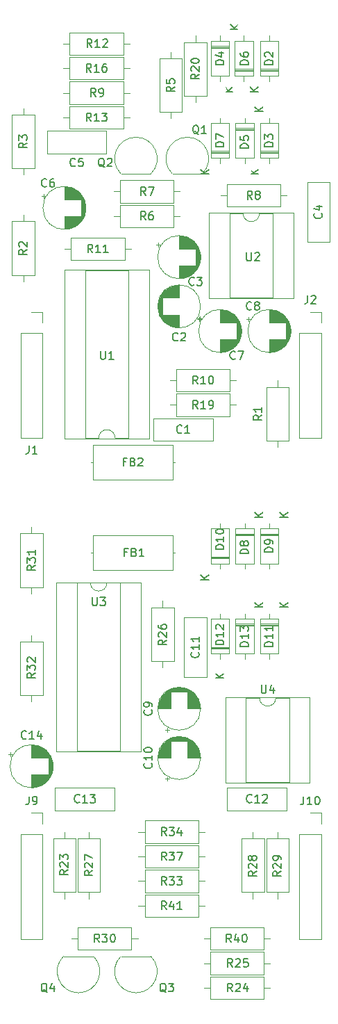
<source format=gto>
G04 #@! TF.GenerationSoftware,KiCad,Pcbnew,(5.1.9)-1*
G04 #@! TF.CreationDate,2021-10-01T14:40:05+02:00*
G04 #@! TF.ProjectId,MS20-VCF,4d533230-2d56-4434-962e-6b696361645f,rev?*
G04 #@! TF.SameCoordinates,Original*
G04 #@! TF.FileFunction,Legend,Top*
G04 #@! TF.FilePolarity,Positive*
%FSLAX46Y46*%
G04 Gerber Fmt 4.6, Leading zero omitted, Abs format (unit mm)*
G04 Created by KiCad (PCBNEW (5.1.9)-1) date 2021-10-01 14:40:05*
%MOMM*%
%LPD*%
G01*
G04 APERTURE LIST*
%ADD10C,0.120000*%
%ADD11C,0.150000*%
%ADD12C,1.600000*%
%ADD13R,1.600000X1.600000*%
%ADD14O,1.700000X1.700000*%
%ADD15R,1.700000X1.700000*%
%ADD16O,1.600000X1.600000*%
%ADD17C,1.440000*%
%ADD18R,1.050000X1.500000*%
%ADD19O,1.050000X1.500000*%
%ADD20O,2.000000X2.000000*%
%ADD21C,2.000000*%
G04 APERTURE END LIST*
D10*
X53620000Y-122000000D02*
G75*
G03*
X53620000Y-122000000I-2620000J0D01*
G01*
X52040000Y-122000000D02*
X53580000Y-122000000D01*
X48420000Y-122000000D02*
X49960000Y-122000000D01*
X52040000Y-121960000D02*
X53580000Y-121960000D01*
X48420000Y-121960000D02*
X49960000Y-121960000D01*
X48421000Y-121920000D02*
X49960000Y-121920000D01*
X52040000Y-121920000D02*
X53579000Y-121920000D01*
X48422000Y-121880000D02*
X49960000Y-121880000D01*
X52040000Y-121880000D02*
X53578000Y-121880000D01*
X48424000Y-121840000D02*
X49960000Y-121840000D01*
X52040000Y-121840000D02*
X53576000Y-121840000D01*
X48427000Y-121800000D02*
X49960000Y-121800000D01*
X52040000Y-121800000D02*
X53573000Y-121800000D01*
X48431000Y-121760000D02*
X49960000Y-121760000D01*
X52040000Y-121760000D02*
X53569000Y-121760000D01*
X48435000Y-121720000D02*
X49960000Y-121720000D01*
X52040000Y-121720000D02*
X53565000Y-121720000D01*
X48439000Y-121680000D02*
X49960000Y-121680000D01*
X52040000Y-121680000D02*
X53561000Y-121680000D01*
X48444000Y-121640000D02*
X49960000Y-121640000D01*
X52040000Y-121640000D02*
X53556000Y-121640000D01*
X48450000Y-121600000D02*
X49960000Y-121600000D01*
X52040000Y-121600000D02*
X53550000Y-121600000D01*
X48457000Y-121560000D02*
X49960000Y-121560000D01*
X52040000Y-121560000D02*
X53543000Y-121560000D01*
X48464000Y-121520000D02*
X49960000Y-121520000D01*
X52040000Y-121520000D02*
X53536000Y-121520000D01*
X48472000Y-121480000D02*
X49960000Y-121480000D01*
X52040000Y-121480000D02*
X53528000Y-121480000D01*
X48480000Y-121440000D02*
X49960000Y-121440000D01*
X52040000Y-121440000D02*
X53520000Y-121440000D01*
X48489000Y-121400000D02*
X49960000Y-121400000D01*
X52040000Y-121400000D02*
X53511000Y-121400000D01*
X48499000Y-121360000D02*
X49960000Y-121360000D01*
X52040000Y-121360000D02*
X53501000Y-121360000D01*
X48509000Y-121320000D02*
X49960000Y-121320000D01*
X52040000Y-121320000D02*
X53491000Y-121320000D01*
X48520000Y-121279000D02*
X49960000Y-121279000D01*
X52040000Y-121279000D02*
X53480000Y-121279000D01*
X48532000Y-121239000D02*
X49960000Y-121239000D01*
X52040000Y-121239000D02*
X53468000Y-121239000D01*
X48545000Y-121199000D02*
X49960000Y-121199000D01*
X52040000Y-121199000D02*
X53455000Y-121199000D01*
X48558000Y-121159000D02*
X49960000Y-121159000D01*
X52040000Y-121159000D02*
X53442000Y-121159000D01*
X48572000Y-121119000D02*
X49960000Y-121119000D01*
X52040000Y-121119000D02*
X53428000Y-121119000D01*
X48586000Y-121079000D02*
X49960000Y-121079000D01*
X52040000Y-121079000D02*
X53414000Y-121079000D01*
X48602000Y-121039000D02*
X49960000Y-121039000D01*
X52040000Y-121039000D02*
X53398000Y-121039000D01*
X48618000Y-120999000D02*
X49960000Y-120999000D01*
X52040000Y-120999000D02*
X53382000Y-120999000D01*
X48635000Y-120959000D02*
X49960000Y-120959000D01*
X52040000Y-120959000D02*
X53365000Y-120959000D01*
X48652000Y-120919000D02*
X49960000Y-120919000D01*
X52040000Y-120919000D02*
X53348000Y-120919000D01*
X48671000Y-120879000D02*
X49960000Y-120879000D01*
X52040000Y-120879000D02*
X53329000Y-120879000D01*
X48690000Y-120839000D02*
X49960000Y-120839000D01*
X52040000Y-120839000D02*
X53310000Y-120839000D01*
X48710000Y-120799000D02*
X49960000Y-120799000D01*
X52040000Y-120799000D02*
X53290000Y-120799000D01*
X48732000Y-120759000D02*
X49960000Y-120759000D01*
X52040000Y-120759000D02*
X53268000Y-120759000D01*
X48753000Y-120719000D02*
X49960000Y-120719000D01*
X52040000Y-120719000D02*
X53247000Y-120719000D01*
X48776000Y-120679000D02*
X49960000Y-120679000D01*
X52040000Y-120679000D02*
X53224000Y-120679000D01*
X48800000Y-120639000D02*
X49960000Y-120639000D01*
X52040000Y-120639000D02*
X53200000Y-120639000D01*
X48825000Y-120599000D02*
X49960000Y-120599000D01*
X52040000Y-120599000D02*
X53175000Y-120599000D01*
X48851000Y-120559000D02*
X49960000Y-120559000D01*
X52040000Y-120559000D02*
X53149000Y-120559000D01*
X48878000Y-120519000D02*
X49960000Y-120519000D01*
X52040000Y-120519000D02*
X53122000Y-120519000D01*
X48905000Y-120479000D02*
X49960000Y-120479000D01*
X52040000Y-120479000D02*
X53095000Y-120479000D01*
X48935000Y-120439000D02*
X49960000Y-120439000D01*
X52040000Y-120439000D02*
X53065000Y-120439000D01*
X48965000Y-120399000D02*
X49960000Y-120399000D01*
X52040000Y-120399000D02*
X53035000Y-120399000D01*
X48996000Y-120359000D02*
X49960000Y-120359000D01*
X52040000Y-120359000D02*
X53004000Y-120359000D01*
X49029000Y-120319000D02*
X49960000Y-120319000D01*
X52040000Y-120319000D02*
X52971000Y-120319000D01*
X49063000Y-120279000D02*
X49960000Y-120279000D01*
X52040000Y-120279000D02*
X52937000Y-120279000D01*
X49099000Y-120239000D02*
X49960000Y-120239000D01*
X52040000Y-120239000D02*
X52901000Y-120239000D01*
X49136000Y-120199000D02*
X49960000Y-120199000D01*
X52040000Y-120199000D02*
X52864000Y-120199000D01*
X49174000Y-120159000D02*
X49960000Y-120159000D01*
X52040000Y-120159000D02*
X52826000Y-120159000D01*
X49215000Y-120119000D02*
X49960000Y-120119000D01*
X52040000Y-120119000D02*
X52785000Y-120119000D01*
X49257000Y-120079000D02*
X49960000Y-120079000D01*
X52040000Y-120079000D02*
X52743000Y-120079000D01*
X49301000Y-120039000D02*
X49960000Y-120039000D01*
X52040000Y-120039000D02*
X52699000Y-120039000D01*
X49347000Y-119999000D02*
X49960000Y-119999000D01*
X52040000Y-119999000D02*
X52653000Y-119999000D01*
X49395000Y-119959000D02*
X52605000Y-119959000D01*
X49446000Y-119919000D02*
X52554000Y-119919000D01*
X49500000Y-119879000D02*
X52500000Y-119879000D01*
X49557000Y-119839000D02*
X52443000Y-119839000D01*
X49617000Y-119799000D02*
X52383000Y-119799000D01*
X49681000Y-119759000D02*
X52319000Y-119759000D01*
X49749000Y-119719000D02*
X52251000Y-119719000D01*
X49822000Y-119679000D02*
X52178000Y-119679000D01*
X49902000Y-119639000D02*
X52098000Y-119639000D01*
X49989000Y-119599000D02*
X52011000Y-119599000D01*
X50085000Y-119559000D02*
X51915000Y-119559000D01*
X50195000Y-119519000D02*
X51805000Y-119519000D01*
X50323000Y-119479000D02*
X51677000Y-119479000D01*
X50482000Y-119439000D02*
X51518000Y-119439000D01*
X50716000Y-119399000D02*
X51284000Y-119399000D01*
X49525000Y-124804775D02*
X49525000Y-124304775D01*
X49275000Y-124554775D02*
X49775000Y-124554775D01*
X53620000Y-116000000D02*
G75*
G03*
X53620000Y-116000000I-2620000J0D01*
G01*
X52040000Y-116000000D02*
X53580000Y-116000000D01*
X48420000Y-116000000D02*
X49960000Y-116000000D01*
X52040000Y-115960000D02*
X53580000Y-115960000D01*
X48420000Y-115960000D02*
X49960000Y-115960000D01*
X48421000Y-115920000D02*
X49960000Y-115920000D01*
X52040000Y-115920000D02*
X53579000Y-115920000D01*
X48422000Y-115880000D02*
X49960000Y-115880000D01*
X52040000Y-115880000D02*
X53578000Y-115880000D01*
X48424000Y-115840000D02*
X49960000Y-115840000D01*
X52040000Y-115840000D02*
X53576000Y-115840000D01*
X48427000Y-115800000D02*
X49960000Y-115800000D01*
X52040000Y-115800000D02*
X53573000Y-115800000D01*
X48431000Y-115760000D02*
X49960000Y-115760000D01*
X52040000Y-115760000D02*
X53569000Y-115760000D01*
X48435000Y-115720000D02*
X49960000Y-115720000D01*
X52040000Y-115720000D02*
X53565000Y-115720000D01*
X48439000Y-115680000D02*
X49960000Y-115680000D01*
X52040000Y-115680000D02*
X53561000Y-115680000D01*
X48444000Y-115640000D02*
X49960000Y-115640000D01*
X52040000Y-115640000D02*
X53556000Y-115640000D01*
X48450000Y-115600000D02*
X49960000Y-115600000D01*
X52040000Y-115600000D02*
X53550000Y-115600000D01*
X48457000Y-115560000D02*
X49960000Y-115560000D01*
X52040000Y-115560000D02*
X53543000Y-115560000D01*
X48464000Y-115520000D02*
X49960000Y-115520000D01*
X52040000Y-115520000D02*
X53536000Y-115520000D01*
X48472000Y-115480000D02*
X49960000Y-115480000D01*
X52040000Y-115480000D02*
X53528000Y-115480000D01*
X48480000Y-115440000D02*
X49960000Y-115440000D01*
X52040000Y-115440000D02*
X53520000Y-115440000D01*
X48489000Y-115400000D02*
X49960000Y-115400000D01*
X52040000Y-115400000D02*
X53511000Y-115400000D01*
X48499000Y-115360000D02*
X49960000Y-115360000D01*
X52040000Y-115360000D02*
X53501000Y-115360000D01*
X48509000Y-115320000D02*
X49960000Y-115320000D01*
X52040000Y-115320000D02*
X53491000Y-115320000D01*
X48520000Y-115279000D02*
X49960000Y-115279000D01*
X52040000Y-115279000D02*
X53480000Y-115279000D01*
X48532000Y-115239000D02*
X49960000Y-115239000D01*
X52040000Y-115239000D02*
X53468000Y-115239000D01*
X48545000Y-115199000D02*
X49960000Y-115199000D01*
X52040000Y-115199000D02*
X53455000Y-115199000D01*
X48558000Y-115159000D02*
X49960000Y-115159000D01*
X52040000Y-115159000D02*
X53442000Y-115159000D01*
X48572000Y-115119000D02*
X49960000Y-115119000D01*
X52040000Y-115119000D02*
X53428000Y-115119000D01*
X48586000Y-115079000D02*
X49960000Y-115079000D01*
X52040000Y-115079000D02*
X53414000Y-115079000D01*
X48602000Y-115039000D02*
X49960000Y-115039000D01*
X52040000Y-115039000D02*
X53398000Y-115039000D01*
X48618000Y-114999000D02*
X49960000Y-114999000D01*
X52040000Y-114999000D02*
X53382000Y-114999000D01*
X48635000Y-114959000D02*
X49960000Y-114959000D01*
X52040000Y-114959000D02*
X53365000Y-114959000D01*
X48652000Y-114919000D02*
X49960000Y-114919000D01*
X52040000Y-114919000D02*
X53348000Y-114919000D01*
X48671000Y-114879000D02*
X49960000Y-114879000D01*
X52040000Y-114879000D02*
X53329000Y-114879000D01*
X48690000Y-114839000D02*
X49960000Y-114839000D01*
X52040000Y-114839000D02*
X53310000Y-114839000D01*
X48710000Y-114799000D02*
X49960000Y-114799000D01*
X52040000Y-114799000D02*
X53290000Y-114799000D01*
X48732000Y-114759000D02*
X49960000Y-114759000D01*
X52040000Y-114759000D02*
X53268000Y-114759000D01*
X48753000Y-114719000D02*
X49960000Y-114719000D01*
X52040000Y-114719000D02*
X53247000Y-114719000D01*
X48776000Y-114679000D02*
X49960000Y-114679000D01*
X52040000Y-114679000D02*
X53224000Y-114679000D01*
X48800000Y-114639000D02*
X49960000Y-114639000D01*
X52040000Y-114639000D02*
X53200000Y-114639000D01*
X48825000Y-114599000D02*
X49960000Y-114599000D01*
X52040000Y-114599000D02*
X53175000Y-114599000D01*
X48851000Y-114559000D02*
X49960000Y-114559000D01*
X52040000Y-114559000D02*
X53149000Y-114559000D01*
X48878000Y-114519000D02*
X49960000Y-114519000D01*
X52040000Y-114519000D02*
X53122000Y-114519000D01*
X48905000Y-114479000D02*
X49960000Y-114479000D01*
X52040000Y-114479000D02*
X53095000Y-114479000D01*
X48935000Y-114439000D02*
X49960000Y-114439000D01*
X52040000Y-114439000D02*
X53065000Y-114439000D01*
X48965000Y-114399000D02*
X49960000Y-114399000D01*
X52040000Y-114399000D02*
X53035000Y-114399000D01*
X48996000Y-114359000D02*
X49960000Y-114359000D01*
X52040000Y-114359000D02*
X53004000Y-114359000D01*
X49029000Y-114319000D02*
X49960000Y-114319000D01*
X52040000Y-114319000D02*
X52971000Y-114319000D01*
X49063000Y-114279000D02*
X49960000Y-114279000D01*
X52040000Y-114279000D02*
X52937000Y-114279000D01*
X49099000Y-114239000D02*
X49960000Y-114239000D01*
X52040000Y-114239000D02*
X52901000Y-114239000D01*
X49136000Y-114199000D02*
X49960000Y-114199000D01*
X52040000Y-114199000D02*
X52864000Y-114199000D01*
X49174000Y-114159000D02*
X49960000Y-114159000D01*
X52040000Y-114159000D02*
X52826000Y-114159000D01*
X49215000Y-114119000D02*
X49960000Y-114119000D01*
X52040000Y-114119000D02*
X52785000Y-114119000D01*
X49257000Y-114079000D02*
X49960000Y-114079000D01*
X52040000Y-114079000D02*
X52743000Y-114079000D01*
X49301000Y-114039000D02*
X49960000Y-114039000D01*
X52040000Y-114039000D02*
X52699000Y-114039000D01*
X49347000Y-113999000D02*
X49960000Y-113999000D01*
X52040000Y-113999000D02*
X52653000Y-113999000D01*
X49395000Y-113959000D02*
X52605000Y-113959000D01*
X49446000Y-113919000D02*
X52554000Y-113919000D01*
X49500000Y-113879000D02*
X52500000Y-113879000D01*
X49557000Y-113839000D02*
X52443000Y-113839000D01*
X49617000Y-113799000D02*
X52383000Y-113799000D01*
X49681000Y-113759000D02*
X52319000Y-113759000D01*
X49749000Y-113719000D02*
X52251000Y-113719000D01*
X49822000Y-113679000D02*
X52178000Y-113679000D01*
X49902000Y-113639000D02*
X52098000Y-113639000D01*
X49989000Y-113599000D02*
X52011000Y-113599000D01*
X50085000Y-113559000D02*
X51915000Y-113559000D01*
X50195000Y-113519000D02*
X51805000Y-113519000D01*
X50323000Y-113479000D02*
X51677000Y-113479000D01*
X50482000Y-113439000D02*
X51518000Y-113439000D01*
X50716000Y-113399000D02*
X51284000Y-113399000D01*
X49525000Y-118804775D02*
X49525000Y-118304775D01*
X49275000Y-118554775D02*
X49775000Y-118554775D01*
X64620000Y-70000000D02*
G75*
G03*
X64620000Y-70000000I-2620000J0D01*
G01*
X62000000Y-71040000D02*
X62000000Y-72580000D01*
X62000000Y-67420000D02*
X62000000Y-68960000D01*
X62040000Y-71040000D02*
X62040000Y-72580000D01*
X62040000Y-67420000D02*
X62040000Y-68960000D01*
X62080000Y-67421000D02*
X62080000Y-68960000D01*
X62080000Y-71040000D02*
X62080000Y-72579000D01*
X62120000Y-67422000D02*
X62120000Y-68960000D01*
X62120000Y-71040000D02*
X62120000Y-72578000D01*
X62160000Y-67424000D02*
X62160000Y-68960000D01*
X62160000Y-71040000D02*
X62160000Y-72576000D01*
X62200000Y-67427000D02*
X62200000Y-68960000D01*
X62200000Y-71040000D02*
X62200000Y-72573000D01*
X62240000Y-67431000D02*
X62240000Y-68960000D01*
X62240000Y-71040000D02*
X62240000Y-72569000D01*
X62280000Y-67435000D02*
X62280000Y-68960000D01*
X62280000Y-71040000D02*
X62280000Y-72565000D01*
X62320000Y-67439000D02*
X62320000Y-68960000D01*
X62320000Y-71040000D02*
X62320000Y-72561000D01*
X62360000Y-67444000D02*
X62360000Y-68960000D01*
X62360000Y-71040000D02*
X62360000Y-72556000D01*
X62400000Y-67450000D02*
X62400000Y-68960000D01*
X62400000Y-71040000D02*
X62400000Y-72550000D01*
X62440000Y-67457000D02*
X62440000Y-68960000D01*
X62440000Y-71040000D02*
X62440000Y-72543000D01*
X62480000Y-67464000D02*
X62480000Y-68960000D01*
X62480000Y-71040000D02*
X62480000Y-72536000D01*
X62520000Y-67472000D02*
X62520000Y-68960000D01*
X62520000Y-71040000D02*
X62520000Y-72528000D01*
X62560000Y-67480000D02*
X62560000Y-68960000D01*
X62560000Y-71040000D02*
X62560000Y-72520000D01*
X62600000Y-67489000D02*
X62600000Y-68960000D01*
X62600000Y-71040000D02*
X62600000Y-72511000D01*
X62640000Y-67499000D02*
X62640000Y-68960000D01*
X62640000Y-71040000D02*
X62640000Y-72501000D01*
X62680000Y-67509000D02*
X62680000Y-68960000D01*
X62680000Y-71040000D02*
X62680000Y-72491000D01*
X62721000Y-67520000D02*
X62721000Y-68960000D01*
X62721000Y-71040000D02*
X62721000Y-72480000D01*
X62761000Y-67532000D02*
X62761000Y-68960000D01*
X62761000Y-71040000D02*
X62761000Y-72468000D01*
X62801000Y-67545000D02*
X62801000Y-68960000D01*
X62801000Y-71040000D02*
X62801000Y-72455000D01*
X62841000Y-67558000D02*
X62841000Y-68960000D01*
X62841000Y-71040000D02*
X62841000Y-72442000D01*
X62881000Y-67572000D02*
X62881000Y-68960000D01*
X62881000Y-71040000D02*
X62881000Y-72428000D01*
X62921000Y-67586000D02*
X62921000Y-68960000D01*
X62921000Y-71040000D02*
X62921000Y-72414000D01*
X62961000Y-67602000D02*
X62961000Y-68960000D01*
X62961000Y-71040000D02*
X62961000Y-72398000D01*
X63001000Y-67618000D02*
X63001000Y-68960000D01*
X63001000Y-71040000D02*
X63001000Y-72382000D01*
X63041000Y-67635000D02*
X63041000Y-68960000D01*
X63041000Y-71040000D02*
X63041000Y-72365000D01*
X63081000Y-67652000D02*
X63081000Y-68960000D01*
X63081000Y-71040000D02*
X63081000Y-72348000D01*
X63121000Y-67671000D02*
X63121000Y-68960000D01*
X63121000Y-71040000D02*
X63121000Y-72329000D01*
X63161000Y-67690000D02*
X63161000Y-68960000D01*
X63161000Y-71040000D02*
X63161000Y-72310000D01*
X63201000Y-67710000D02*
X63201000Y-68960000D01*
X63201000Y-71040000D02*
X63201000Y-72290000D01*
X63241000Y-67732000D02*
X63241000Y-68960000D01*
X63241000Y-71040000D02*
X63241000Y-72268000D01*
X63281000Y-67753000D02*
X63281000Y-68960000D01*
X63281000Y-71040000D02*
X63281000Y-72247000D01*
X63321000Y-67776000D02*
X63321000Y-68960000D01*
X63321000Y-71040000D02*
X63321000Y-72224000D01*
X63361000Y-67800000D02*
X63361000Y-68960000D01*
X63361000Y-71040000D02*
X63361000Y-72200000D01*
X63401000Y-67825000D02*
X63401000Y-68960000D01*
X63401000Y-71040000D02*
X63401000Y-72175000D01*
X63441000Y-67851000D02*
X63441000Y-68960000D01*
X63441000Y-71040000D02*
X63441000Y-72149000D01*
X63481000Y-67878000D02*
X63481000Y-68960000D01*
X63481000Y-71040000D02*
X63481000Y-72122000D01*
X63521000Y-67905000D02*
X63521000Y-68960000D01*
X63521000Y-71040000D02*
X63521000Y-72095000D01*
X63561000Y-67935000D02*
X63561000Y-68960000D01*
X63561000Y-71040000D02*
X63561000Y-72065000D01*
X63601000Y-67965000D02*
X63601000Y-68960000D01*
X63601000Y-71040000D02*
X63601000Y-72035000D01*
X63641000Y-67996000D02*
X63641000Y-68960000D01*
X63641000Y-71040000D02*
X63641000Y-72004000D01*
X63681000Y-68029000D02*
X63681000Y-68960000D01*
X63681000Y-71040000D02*
X63681000Y-71971000D01*
X63721000Y-68063000D02*
X63721000Y-68960000D01*
X63721000Y-71040000D02*
X63721000Y-71937000D01*
X63761000Y-68099000D02*
X63761000Y-68960000D01*
X63761000Y-71040000D02*
X63761000Y-71901000D01*
X63801000Y-68136000D02*
X63801000Y-68960000D01*
X63801000Y-71040000D02*
X63801000Y-71864000D01*
X63841000Y-68174000D02*
X63841000Y-68960000D01*
X63841000Y-71040000D02*
X63841000Y-71826000D01*
X63881000Y-68215000D02*
X63881000Y-68960000D01*
X63881000Y-71040000D02*
X63881000Y-71785000D01*
X63921000Y-68257000D02*
X63921000Y-68960000D01*
X63921000Y-71040000D02*
X63921000Y-71743000D01*
X63961000Y-68301000D02*
X63961000Y-68960000D01*
X63961000Y-71040000D02*
X63961000Y-71699000D01*
X64001000Y-68347000D02*
X64001000Y-68960000D01*
X64001000Y-71040000D02*
X64001000Y-71653000D01*
X64041000Y-68395000D02*
X64041000Y-71605000D01*
X64081000Y-68446000D02*
X64081000Y-71554000D01*
X64121000Y-68500000D02*
X64121000Y-71500000D01*
X64161000Y-68557000D02*
X64161000Y-71443000D01*
X64201000Y-68617000D02*
X64201000Y-71383000D01*
X64241000Y-68681000D02*
X64241000Y-71319000D01*
X64281000Y-68749000D02*
X64281000Y-71251000D01*
X64321000Y-68822000D02*
X64321000Y-71178000D01*
X64361000Y-68902000D02*
X64361000Y-71098000D01*
X64401000Y-68989000D02*
X64401000Y-71011000D01*
X64441000Y-69085000D02*
X64441000Y-70915000D01*
X64481000Y-69195000D02*
X64481000Y-70805000D01*
X64521000Y-69323000D02*
X64521000Y-70677000D01*
X64561000Y-69482000D02*
X64561000Y-70518000D01*
X64601000Y-69716000D02*
X64601000Y-70284000D01*
X59195225Y-68525000D02*
X59695225Y-68525000D01*
X59445225Y-68275000D02*
X59445225Y-68775000D01*
X58620000Y-70000000D02*
G75*
G03*
X58620000Y-70000000I-2620000J0D01*
G01*
X56000000Y-71040000D02*
X56000000Y-72580000D01*
X56000000Y-67420000D02*
X56000000Y-68960000D01*
X56040000Y-71040000D02*
X56040000Y-72580000D01*
X56040000Y-67420000D02*
X56040000Y-68960000D01*
X56080000Y-67421000D02*
X56080000Y-68960000D01*
X56080000Y-71040000D02*
X56080000Y-72579000D01*
X56120000Y-67422000D02*
X56120000Y-68960000D01*
X56120000Y-71040000D02*
X56120000Y-72578000D01*
X56160000Y-67424000D02*
X56160000Y-68960000D01*
X56160000Y-71040000D02*
X56160000Y-72576000D01*
X56200000Y-67427000D02*
X56200000Y-68960000D01*
X56200000Y-71040000D02*
X56200000Y-72573000D01*
X56240000Y-67431000D02*
X56240000Y-68960000D01*
X56240000Y-71040000D02*
X56240000Y-72569000D01*
X56280000Y-67435000D02*
X56280000Y-68960000D01*
X56280000Y-71040000D02*
X56280000Y-72565000D01*
X56320000Y-67439000D02*
X56320000Y-68960000D01*
X56320000Y-71040000D02*
X56320000Y-72561000D01*
X56360000Y-67444000D02*
X56360000Y-68960000D01*
X56360000Y-71040000D02*
X56360000Y-72556000D01*
X56400000Y-67450000D02*
X56400000Y-68960000D01*
X56400000Y-71040000D02*
X56400000Y-72550000D01*
X56440000Y-67457000D02*
X56440000Y-68960000D01*
X56440000Y-71040000D02*
X56440000Y-72543000D01*
X56480000Y-67464000D02*
X56480000Y-68960000D01*
X56480000Y-71040000D02*
X56480000Y-72536000D01*
X56520000Y-67472000D02*
X56520000Y-68960000D01*
X56520000Y-71040000D02*
X56520000Y-72528000D01*
X56560000Y-67480000D02*
X56560000Y-68960000D01*
X56560000Y-71040000D02*
X56560000Y-72520000D01*
X56600000Y-67489000D02*
X56600000Y-68960000D01*
X56600000Y-71040000D02*
X56600000Y-72511000D01*
X56640000Y-67499000D02*
X56640000Y-68960000D01*
X56640000Y-71040000D02*
X56640000Y-72501000D01*
X56680000Y-67509000D02*
X56680000Y-68960000D01*
X56680000Y-71040000D02*
X56680000Y-72491000D01*
X56721000Y-67520000D02*
X56721000Y-68960000D01*
X56721000Y-71040000D02*
X56721000Y-72480000D01*
X56761000Y-67532000D02*
X56761000Y-68960000D01*
X56761000Y-71040000D02*
X56761000Y-72468000D01*
X56801000Y-67545000D02*
X56801000Y-68960000D01*
X56801000Y-71040000D02*
X56801000Y-72455000D01*
X56841000Y-67558000D02*
X56841000Y-68960000D01*
X56841000Y-71040000D02*
X56841000Y-72442000D01*
X56881000Y-67572000D02*
X56881000Y-68960000D01*
X56881000Y-71040000D02*
X56881000Y-72428000D01*
X56921000Y-67586000D02*
X56921000Y-68960000D01*
X56921000Y-71040000D02*
X56921000Y-72414000D01*
X56961000Y-67602000D02*
X56961000Y-68960000D01*
X56961000Y-71040000D02*
X56961000Y-72398000D01*
X57001000Y-67618000D02*
X57001000Y-68960000D01*
X57001000Y-71040000D02*
X57001000Y-72382000D01*
X57041000Y-67635000D02*
X57041000Y-68960000D01*
X57041000Y-71040000D02*
X57041000Y-72365000D01*
X57081000Y-67652000D02*
X57081000Y-68960000D01*
X57081000Y-71040000D02*
X57081000Y-72348000D01*
X57121000Y-67671000D02*
X57121000Y-68960000D01*
X57121000Y-71040000D02*
X57121000Y-72329000D01*
X57161000Y-67690000D02*
X57161000Y-68960000D01*
X57161000Y-71040000D02*
X57161000Y-72310000D01*
X57201000Y-67710000D02*
X57201000Y-68960000D01*
X57201000Y-71040000D02*
X57201000Y-72290000D01*
X57241000Y-67732000D02*
X57241000Y-68960000D01*
X57241000Y-71040000D02*
X57241000Y-72268000D01*
X57281000Y-67753000D02*
X57281000Y-68960000D01*
X57281000Y-71040000D02*
X57281000Y-72247000D01*
X57321000Y-67776000D02*
X57321000Y-68960000D01*
X57321000Y-71040000D02*
X57321000Y-72224000D01*
X57361000Y-67800000D02*
X57361000Y-68960000D01*
X57361000Y-71040000D02*
X57361000Y-72200000D01*
X57401000Y-67825000D02*
X57401000Y-68960000D01*
X57401000Y-71040000D02*
X57401000Y-72175000D01*
X57441000Y-67851000D02*
X57441000Y-68960000D01*
X57441000Y-71040000D02*
X57441000Y-72149000D01*
X57481000Y-67878000D02*
X57481000Y-68960000D01*
X57481000Y-71040000D02*
X57481000Y-72122000D01*
X57521000Y-67905000D02*
X57521000Y-68960000D01*
X57521000Y-71040000D02*
X57521000Y-72095000D01*
X57561000Y-67935000D02*
X57561000Y-68960000D01*
X57561000Y-71040000D02*
X57561000Y-72065000D01*
X57601000Y-67965000D02*
X57601000Y-68960000D01*
X57601000Y-71040000D02*
X57601000Y-72035000D01*
X57641000Y-67996000D02*
X57641000Y-68960000D01*
X57641000Y-71040000D02*
X57641000Y-72004000D01*
X57681000Y-68029000D02*
X57681000Y-68960000D01*
X57681000Y-71040000D02*
X57681000Y-71971000D01*
X57721000Y-68063000D02*
X57721000Y-68960000D01*
X57721000Y-71040000D02*
X57721000Y-71937000D01*
X57761000Y-68099000D02*
X57761000Y-68960000D01*
X57761000Y-71040000D02*
X57761000Y-71901000D01*
X57801000Y-68136000D02*
X57801000Y-68960000D01*
X57801000Y-71040000D02*
X57801000Y-71864000D01*
X57841000Y-68174000D02*
X57841000Y-68960000D01*
X57841000Y-71040000D02*
X57841000Y-71826000D01*
X57881000Y-68215000D02*
X57881000Y-68960000D01*
X57881000Y-71040000D02*
X57881000Y-71785000D01*
X57921000Y-68257000D02*
X57921000Y-68960000D01*
X57921000Y-71040000D02*
X57921000Y-71743000D01*
X57961000Y-68301000D02*
X57961000Y-68960000D01*
X57961000Y-71040000D02*
X57961000Y-71699000D01*
X58001000Y-68347000D02*
X58001000Y-68960000D01*
X58001000Y-71040000D02*
X58001000Y-71653000D01*
X58041000Y-68395000D02*
X58041000Y-71605000D01*
X58081000Y-68446000D02*
X58081000Y-71554000D01*
X58121000Y-68500000D02*
X58121000Y-71500000D01*
X58161000Y-68557000D02*
X58161000Y-71443000D01*
X58201000Y-68617000D02*
X58201000Y-71383000D01*
X58241000Y-68681000D02*
X58241000Y-71319000D01*
X58281000Y-68749000D02*
X58281000Y-71251000D01*
X58321000Y-68822000D02*
X58321000Y-71178000D01*
X58361000Y-68902000D02*
X58361000Y-71098000D01*
X58401000Y-68989000D02*
X58401000Y-71011000D01*
X58441000Y-69085000D02*
X58441000Y-70915000D01*
X58481000Y-69195000D02*
X58481000Y-70805000D01*
X58521000Y-69323000D02*
X58521000Y-70677000D01*
X58561000Y-69482000D02*
X58561000Y-70518000D01*
X58601000Y-69716000D02*
X58601000Y-70284000D01*
X53195225Y-68525000D02*
X53695225Y-68525000D01*
X53445225Y-68275000D02*
X53445225Y-68775000D01*
X65670000Y-131270000D02*
X68330000Y-131270000D01*
X65670000Y-131270000D02*
X65670000Y-144030000D01*
X65670000Y-144030000D02*
X68330000Y-144030000D01*
X68330000Y-131270000D02*
X68330000Y-144030000D01*
X68330000Y-128670000D02*
X68330000Y-130000000D01*
X67000000Y-128670000D02*
X68330000Y-128670000D01*
X31670000Y-131270000D02*
X34330000Y-131270000D01*
X31670000Y-131270000D02*
X31670000Y-144030000D01*
X31670000Y-144030000D02*
X34330000Y-144030000D01*
X34330000Y-131270000D02*
X34330000Y-144030000D01*
X34330000Y-128670000D02*
X34330000Y-130000000D01*
X33000000Y-128670000D02*
X34330000Y-128670000D01*
X65670000Y-70270000D02*
X68330000Y-70270000D01*
X65670000Y-70270000D02*
X65670000Y-83030000D01*
X65670000Y-83030000D02*
X68330000Y-83030000D01*
X68330000Y-70270000D02*
X68330000Y-83030000D01*
X68330000Y-67670000D02*
X68330000Y-69000000D01*
X67000000Y-67670000D02*
X68330000Y-67670000D01*
X31670000Y-70270000D02*
X34330000Y-70270000D01*
X31670000Y-70270000D02*
X31670000Y-83030000D01*
X31670000Y-83030000D02*
X34330000Y-83030000D01*
X34330000Y-70270000D02*
X34330000Y-83030000D01*
X34330000Y-67670000D02*
X34330000Y-69000000D01*
X33000000Y-67670000D02*
X34330000Y-67670000D01*
X60810000Y-114670000D02*
X59160000Y-114670000D01*
X59160000Y-114670000D02*
X59160000Y-124950000D01*
X59160000Y-124950000D02*
X64460000Y-124950000D01*
X64460000Y-124950000D02*
X64460000Y-114670000D01*
X64460000Y-114670000D02*
X62810000Y-114670000D01*
X56670000Y-114610000D02*
X56670000Y-125010000D01*
X56670000Y-125010000D02*
X66950000Y-125010000D01*
X66950000Y-125010000D02*
X66950000Y-114610000D01*
X66950000Y-114610000D02*
X56670000Y-114610000D01*
X62810000Y-114670000D02*
G75*
G02*
X60810000Y-114670000I-1000000J0D01*
G01*
X40190000Y-100670000D02*
X38540000Y-100670000D01*
X38540000Y-100670000D02*
X38540000Y-121110000D01*
X38540000Y-121110000D02*
X43840000Y-121110000D01*
X43840000Y-121110000D02*
X43840000Y-100670000D01*
X43840000Y-100670000D02*
X42190000Y-100670000D01*
X36050000Y-100610000D02*
X36050000Y-121170000D01*
X36050000Y-121170000D02*
X46330000Y-121170000D01*
X46330000Y-121170000D02*
X46330000Y-100610000D01*
X46330000Y-100610000D02*
X36050000Y-100610000D01*
X42190000Y-100670000D02*
G75*
G02*
X40190000Y-100670000I-1000000J0D01*
G01*
X58810000Y-55670000D02*
X57160000Y-55670000D01*
X57160000Y-55670000D02*
X57160000Y-65950000D01*
X57160000Y-65950000D02*
X62460000Y-65950000D01*
X62460000Y-65950000D02*
X62460000Y-55670000D01*
X62460000Y-55670000D02*
X60810000Y-55670000D01*
X54670000Y-55610000D02*
X54670000Y-66010000D01*
X54670000Y-66010000D02*
X64950000Y-66010000D01*
X64950000Y-66010000D02*
X64950000Y-55610000D01*
X64950000Y-55610000D02*
X54670000Y-55610000D01*
X60810000Y-55670000D02*
G75*
G02*
X58810000Y-55670000I-1000000J0D01*
G01*
X43190000Y-83030000D02*
X44840000Y-83030000D01*
X44840000Y-83030000D02*
X44840000Y-62590000D01*
X44840000Y-62590000D02*
X39540000Y-62590000D01*
X39540000Y-62590000D02*
X39540000Y-83030000D01*
X39540000Y-83030000D02*
X41190000Y-83030000D01*
X47330000Y-83090000D02*
X47330000Y-62530000D01*
X47330000Y-62530000D02*
X37050000Y-62530000D01*
X37050000Y-62530000D02*
X37050000Y-83090000D01*
X37050000Y-83090000D02*
X47330000Y-83090000D01*
X41190000Y-83030000D02*
G75*
G02*
X43190000Y-83030000I1000000J0D01*
G01*
X53350000Y-141370000D02*
X53350000Y-138630000D01*
X53350000Y-138630000D02*
X46810000Y-138630000D01*
X46810000Y-138630000D02*
X46810000Y-141370000D01*
X46810000Y-141370000D02*
X53350000Y-141370000D01*
X54120000Y-140000000D02*
X53350000Y-140000000D01*
X46040000Y-140000000D02*
X46810000Y-140000000D01*
X61350000Y-145370000D02*
X61350000Y-142630000D01*
X61350000Y-142630000D02*
X54810000Y-142630000D01*
X54810000Y-142630000D02*
X54810000Y-145370000D01*
X54810000Y-145370000D02*
X61350000Y-145370000D01*
X62120000Y-144000000D02*
X61350000Y-144000000D01*
X54040000Y-144000000D02*
X54810000Y-144000000D01*
X46810000Y-132630000D02*
X46810000Y-135370000D01*
X46810000Y-135370000D02*
X53350000Y-135370000D01*
X53350000Y-135370000D02*
X53350000Y-132630000D01*
X53350000Y-132630000D02*
X46810000Y-132630000D01*
X46040000Y-134000000D02*
X46810000Y-134000000D01*
X54120000Y-134000000D02*
X53350000Y-134000000D01*
X53350000Y-132370000D02*
X53350000Y-129630000D01*
X53350000Y-129630000D02*
X46810000Y-129630000D01*
X46810000Y-129630000D02*
X46810000Y-132370000D01*
X46810000Y-132370000D02*
X53350000Y-132370000D01*
X54120000Y-131000000D02*
X53350000Y-131000000D01*
X46040000Y-131000000D02*
X46810000Y-131000000D01*
X53350000Y-138370000D02*
X53350000Y-135630000D01*
X53350000Y-135630000D02*
X46810000Y-135630000D01*
X46810000Y-135630000D02*
X46810000Y-138370000D01*
X46810000Y-138370000D02*
X53350000Y-138370000D01*
X54120000Y-137000000D02*
X53350000Y-137000000D01*
X46040000Y-137000000D02*
X46810000Y-137000000D01*
X34370000Y-107810000D02*
X31630000Y-107810000D01*
X31630000Y-107810000D02*
X31630000Y-114350000D01*
X31630000Y-114350000D02*
X34370000Y-114350000D01*
X34370000Y-114350000D02*
X34370000Y-107810000D01*
X33000000Y-107040000D02*
X33000000Y-107810000D01*
X33000000Y-115120000D02*
X33000000Y-114350000D01*
X34370000Y-94650000D02*
X31630000Y-94650000D01*
X31630000Y-94650000D02*
X31630000Y-101190000D01*
X31630000Y-101190000D02*
X34370000Y-101190000D01*
X34370000Y-101190000D02*
X34370000Y-94650000D01*
X33000000Y-93880000D02*
X33000000Y-94650000D01*
X33000000Y-101960000D02*
X33000000Y-101190000D01*
X45190000Y-145370000D02*
X45190000Y-142630000D01*
X45190000Y-142630000D02*
X38650000Y-142630000D01*
X38650000Y-142630000D02*
X38650000Y-145370000D01*
X38650000Y-145370000D02*
X45190000Y-145370000D01*
X45960000Y-144000000D02*
X45190000Y-144000000D01*
X37880000Y-144000000D02*
X38650000Y-144000000D01*
X61630000Y-138350000D02*
X64370000Y-138350000D01*
X64370000Y-138350000D02*
X64370000Y-131810000D01*
X64370000Y-131810000D02*
X61630000Y-131810000D01*
X61630000Y-131810000D02*
X61630000Y-138350000D01*
X63000000Y-139120000D02*
X63000000Y-138350000D01*
X63000000Y-131040000D02*
X63000000Y-131810000D01*
X58630000Y-138350000D02*
X61370000Y-138350000D01*
X61370000Y-138350000D02*
X61370000Y-131810000D01*
X61370000Y-131810000D02*
X58630000Y-131810000D01*
X58630000Y-131810000D02*
X58630000Y-138350000D01*
X60000000Y-139120000D02*
X60000000Y-138350000D01*
X60000000Y-131040000D02*
X60000000Y-131810000D01*
X38630000Y-138350000D02*
X41370000Y-138350000D01*
X41370000Y-138350000D02*
X41370000Y-131810000D01*
X41370000Y-131810000D02*
X38630000Y-131810000D01*
X38630000Y-131810000D02*
X38630000Y-138350000D01*
X40000000Y-139120000D02*
X40000000Y-138350000D01*
X40000000Y-131040000D02*
X40000000Y-131810000D01*
X47630000Y-110190000D02*
X50370000Y-110190000D01*
X50370000Y-110190000D02*
X50370000Y-103650000D01*
X50370000Y-103650000D02*
X47630000Y-103650000D01*
X47630000Y-103650000D02*
X47630000Y-110190000D01*
X49000000Y-110960000D02*
X49000000Y-110190000D01*
X49000000Y-102880000D02*
X49000000Y-103650000D01*
X54810000Y-145630000D02*
X54810000Y-148370000D01*
X54810000Y-148370000D02*
X61350000Y-148370000D01*
X61350000Y-148370000D02*
X61350000Y-145630000D01*
X61350000Y-145630000D02*
X54810000Y-145630000D01*
X54040000Y-147000000D02*
X54810000Y-147000000D01*
X62120000Y-147000000D02*
X61350000Y-147000000D01*
X54810000Y-148630000D02*
X54810000Y-151370000D01*
X54810000Y-151370000D02*
X61350000Y-151370000D01*
X61350000Y-151370000D02*
X61350000Y-148630000D01*
X61350000Y-148630000D02*
X54810000Y-148630000D01*
X54040000Y-150000000D02*
X54810000Y-150000000D01*
X62120000Y-150000000D02*
X61350000Y-150000000D01*
X35630000Y-138350000D02*
X38370000Y-138350000D01*
X38370000Y-138350000D02*
X38370000Y-131810000D01*
X38370000Y-131810000D02*
X35630000Y-131810000D01*
X35630000Y-131810000D02*
X35630000Y-138350000D01*
X37000000Y-139120000D02*
X37000000Y-138350000D01*
X37000000Y-131040000D02*
X37000000Y-131810000D01*
X54370000Y-34810000D02*
X51630000Y-34810000D01*
X51630000Y-34810000D02*
X51630000Y-41350000D01*
X51630000Y-41350000D02*
X54370000Y-41350000D01*
X54370000Y-41350000D02*
X54370000Y-34810000D01*
X53000000Y-34040000D02*
X53000000Y-34810000D01*
X53000000Y-42120000D02*
X53000000Y-41350000D01*
X57190000Y-80370000D02*
X57190000Y-77630000D01*
X57190000Y-77630000D02*
X50650000Y-77630000D01*
X50650000Y-77630000D02*
X50650000Y-80370000D01*
X50650000Y-80370000D02*
X57190000Y-80370000D01*
X57960000Y-79000000D02*
X57190000Y-79000000D01*
X49880000Y-79000000D02*
X50650000Y-79000000D01*
X44190000Y-39370000D02*
X44190000Y-36630000D01*
X44190000Y-36630000D02*
X37650000Y-36630000D01*
X37650000Y-36630000D02*
X37650000Y-39370000D01*
X37650000Y-39370000D02*
X44190000Y-39370000D01*
X44960000Y-38000000D02*
X44190000Y-38000000D01*
X36880000Y-38000000D02*
X37650000Y-38000000D01*
X44190000Y-45370000D02*
X44190000Y-42630000D01*
X44190000Y-42630000D02*
X37650000Y-42630000D01*
X37650000Y-42630000D02*
X37650000Y-45370000D01*
X37650000Y-45370000D02*
X44190000Y-45370000D01*
X44960000Y-44000000D02*
X44190000Y-44000000D01*
X36880000Y-44000000D02*
X37650000Y-44000000D01*
X37650000Y-33630000D02*
X37650000Y-36370000D01*
X37650000Y-36370000D02*
X44190000Y-36370000D01*
X44190000Y-36370000D02*
X44190000Y-33630000D01*
X44190000Y-33630000D02*
X37650000Y-33630000D01*
X36880000Y-35000000D02*
X37650000Y-35000000D01*
X44960000Y-35000000D02*
X44190000Y-35000000D01*
X44350000Y-61370000D02*
X44350000Y-58630000D01*
X44350000Y-58630000D02*
X37810000Y-58630000D01*
X37810000Y-58630000D02*
X37810000Y-61370000D01*
X37810000Y-61370000D02*
X44350000Y-61370000D01*
X45120000Y-60000000D02*
X44350000Y-60000000D01*
X37040000Y-60000000D02*
X37810000Y-60000000D01*
X57190000Y-77370000D02*
X57190000Y-74630000D01*
X57190000Y-74630000D02*
X50650000Y-74630000D01*
X50650000Y-74630000D02*
X50650000Y-77370000D01*
X50650000Y-77370000D02*
X57190000Y-77370000D01*
X57960000Y-76000000D02*
X57190000Y-76000000D01*
X49880000Y-76000000D02*
X50650000Y-76000000D01*
X44190000Y-42370000D02*
X44190000Y-39630000D01*
X44190000Y-39630000D02*
X37650000Y-39630000D01*
X37650000Y-39630000D02*
X37650000Y-42370000D01*
X37650000Y-42370000D02*
X44190000Y-42370000D01*
X44960000Y-41000000D02*
X44190000Y-41000000D01*
X36880000Y-41000000D02*
X37650000Y-41000000D01*
X56810000Y-52130000D02*
X56810000Y-54870000D01*
X56810000Y-54870000D02*
X63350000Y-54870000D01*
X63350000Y-54870000D02*
X63350000Y-52130000D01*
X63350000Y-52130000D02*
X56810000Y-52130000D01*
X56040000Y-53500000D02*
X56810000Y-53500000D01*
X64120000Y-53500000D02*
X63350000Y-53500000D01*
X50350000Y-54370000D02*
X50350000Y-51630000D01*
X50350000Y-51630000D02*
X43810000Y-51630000D01*
X43810000Y-51630000D02*
X43810000Y-54370000D01*
X43810000Y-54370000D02*
X50350000Y-54370000D01*
X51120000Y-53000000D02*
X50350000Y-53000000D01*
X43040000Y-53000000D02*
X43810000Y-53000000D01*
X50350000Y-57370000D02*
X50350000Y-54630000D01*
X50350000Y-54630000D02*
X43810000Y-54630000D01*
X43810000Y-54630000D02*
X43810000Y-57370000D01*
X43810000Y-57370000D02*
X50350000Y-57370000D01*
X51120000Y-56000000D02*
X50350000Y-56000000D01*
X43040000Y-56000000D02*
X43810000Y-56000000D01*
X48630000Y-43350000D02*
X51370000Y-43350000D01*
X51370000Y-43350000D02*
X51370000Y-36810000D01*
X51370000Y-36810000D02*
X48630000Y-36810000D01*
X48630000Y-36810000D02*
X48630000Y-43350000D01*
X50000000Y-44120000D02*
X50000000Y-43350000D01*
X50000000Y-36040000D02*
X50000000Y-36810000D01*
X33370000Y-43650000D02*
X30630000Y-43650000D01*
X30630000Y-43650000D02*
X30630000Y-50190000D01*
X30630000Y-50190000D02*
X33370000Y-50190000D01*
X33370000Y-50190000D02*
X33370000Y-43650000D01*
X32000000Y-42880000D02*
X32000000Y-43650000D01*
X32000000Y-50960000D02*
X32000000Y-50190000D01*
X30630000Y-63190000D02*
X33370000Y-63190000D01*
X33370000Y-63190000D02*
X33370000Y-56650000D01*
X33370000Y-56650000D02*
X30630000Y-56650000D01*
X30630000Y-56650000D02*
X30630000Y-63190000D01*
X32000000Y-63960000D02*
X32000000Y-63190000D01*
X32000000Y-55880000D02*
X32000000Y-56650000D01*
X61630000Y-83350000D02*
X64370000Y-83350000D01*
X64370000Y-83350000D02*
X64370000Y-76810000D01*
X64370000Y-76810000D02*
X61630000Y-76810000D01*
X61630000Y-76810000D02*
X61630000Y-83350000D01*
X63000000Y-84120000D02*
X63000000Y-83350000D01*
X63000000Y-76040000D02*
X63000000Y-76810000D01*
X40530000Y-146150000D02*
X36930000Y-146150000D01*
X36891522Y-146161522D02*
G75*
G03*
X38730000Y-150600000I1838478J-1838478D01*
G01*
X40568478Y-146161522D02*
G75*
G02*
X38730000Y-150600000I-1838478J-1838478D01*
G01*
X47530000Y-146150000D02*
X43930000Y-146150000D01*
X43891522Y-146161522D02*
G75*
G03*
X45730000Y-150600000I1838478J-1838478D01*
G01*
X47568478Y-146161522D02*
G75*
G02*
X45730000Y-150600000I-1838478J-1838478D01*
G01*
X43930000Y-50850000D02*
X47530000Y-50850000D01*
X47568478Y-50838478D02*
G75*
G03*
X45730000Y-46400000I-1838478J1838478D01*
G01*
X43891522Y-50838478D02*
G75*
G02*
X45730000Y-46400000I1838478J1838478D01*
G01*
X50200000Y-50850000D02*
X53800000Y-50850000D01*
X53838478Y-50838478D02*
G75*
G03*
X52000000Y-46400000I-1838478J1838478D01*
G01*
X50161522Y-50838478D02*
G75*
G02*
X52000000Y-46400000I1838478J1838478D01*
G01*
X40480000Y-83880000D02*
X40480000Y-88120000D01*
X40480000Y-88120000D02*
X50220000Y-88120000D01*
X50220000Y-88120000D02*
X50220000Y-83880000D01*
X50220000Y-83880000D02*
X40480000Y-83880000D01*
X40240000Y-86000000D02*
X40480000Y-86000000D01*
X50460000Y-86000000D02*
X50220000Y-86000000D01*
X50220000Y-99120000D02*
X50220000Y-94880000D01*
X50220000Y-94880000D02*
X40480000Y-94880000D01*
X40480000Y-94880000D02*
X40480000Y-99120000D01*
X40480000Y-99120000D02*
X50220000Y-99120000D01*
X50460000Y-97000000D02*
X50220000Y-97000000D01*
X40240000Y-97000000D02*
X40480000Y-97000000D01*
X60120000Y-105070000D02*
X57880000Y-105070000D01*
X57880000Y-105070000D02*
X57880000Y-109310000D01*
X57880000Y-109310000D02*
X60120000Y-109310000D01*
X60120000Y-109310000D02*
X60120000Y-105070000D01*
X59000000Y-104420000D02*
X59000000Y-105070000D01*
X59000000Y-109960000D02*
X59000000Y-109310000D01*
X60120000Y-105790000D02*
X57880000Y-105790000D01*
X60120000Y-105910000D02*
X57880000Y-105910000D01*
X60120000Y-105670000D02*
X57880000Y-105670000D01*
X54880000Y-109310000D02*
X57120000Y-109310000D01*
X57120000Y-109310000D02*
X57120000Y-105070000D01*
X57120000Y-105070000D02*
X54880000Y-105070000D01*
X54880000Y-105070000D02*
X54880000Y-109310000D01*
X56000000Y-109960000D02*
X56000000Y-109310000D01*
X56000000Y-104420000D02*
X56000000Y-105070000D01*
X54880000Y-108590000D02*
X57120000Y-108590000D01*
X54880000Y-108470000D02*
X57120000Y-108470000D01*
X54880000Y-108710000D02*
X57120000Y-108710000D01*
X63120000Y-105070000D02*
X60880000Y-105070000D01*
X60880000Y-105070000D02*
X60880000Y-109310000D01*
X60880000Y-109310000D02*
X63120000Y-109310000D01*
X63120000Y-109310000D02*
X63120000Y-105070000D01*
X62000000Y-104420000D02*
X62000000Y-105070000D01*
X62000000Y-109960000D02*
X62000000Y-109310000D01*
X63120000Y-105790000D02*
X60880000Y-105790000D01*
X63120000Y-105910000D02*
X60880000Y-105910000D01*
X63120000Y-105670000D02*
X60880000Y-105670000D01*
X54880000Y-98310000D02*
X57120000Y-98310000D01*
X57120000Y-98310000D02*
X57120000Y-94070000D01*
X57120000Y-94070000D02*
X54880000Y-94070000D01*
X54880000Y-94070000D02*
X54880000Y-98310000D01*
X56000000Y-98960000D02*
X56000000Y-98310000D01*
X56000000Y-93420000D02*
X56000000Y-94070000D01*
X54880000Y-97590000D02*
X57120000Y-97590000D01*
X54880000Y-97470000D02*
X57120000Y-97470000D01*
X54880000Y-97710000D02*
X57120000Y-97710000D01*
X63120000Y-94070000D02*
X60880000Y-94070000D01*
X60880000Y-94070000D02*
X60880000Y-98310000D01*
X60880000Y-98310000D02*
X63120000Y-98310000D01*
X63120000Y-98310000D02*
X63120000Y-94070000D01*
X62000000Y-93420000D02*
X62000000Y-94070000D01*
X62000000Y-98960000D02*
X62000000Y-98310000D01*
X63120000Y-94790000D02*
X60880000Y-94790000D01*
X63120000Y-94910000D02*
X60880000Y-94910000D01*
X63120000Y-94670000D02*
X60880000Y-94670000D01*
X60120000Y-94070000D02*
X57880000Y-94070000D01*
X57880000Y-94070000D02*
X57880000Y-98310000D01*
X57880000Y-98310000D02*
X60120000Y-98310000D01*
X60120000Y-98310000D02*
X60120000Y-94070000D01*
X59000000Y-93420000D02*
X59000000Y-94070000D01*
X59000000Y-98960000D02*
X59000000Y-98310000D01*
X60120000Y-94790000D02*
X57880000Y-94790000D01*
X60120000Y-94910000D02*
X57880000Y-94910000D01*
X60120000Y-94670000D02*
X57880000Y-94670000D01*
X54880000Y-48930000D02*
X57120000Y-48930000D01*
X57120000Y-48930000D02*
X57120000Y-44690000D01*
X57120000Y-44690000D02*
X54880000Y-44690000D01*
X54880000Y-44690000D02*
X54880000Y-48930000D01*
X56000000Y-49580000D02*
X56000000Y-48930000D01*
X56000000Y-44040000D02*
X56000000Y-44690000D01*
X54880000Y-48210000D02*
X57120000Y-48210000D01*
X54880000Y-48090000D02*
X57120000Y-48090000D01*
X54880000Y-48330000D02*
X57120000Y-48330000D01*
X57780000Y-38930000D02*
X60020000Y-38930000D01*
X60020000Y-38930000D02*
X60020000Y-34690000D01*
X60020000Y-34690000D02*
X57780000Y-34690000D01*
X57780000Y-34690000D02*
X57780000Y-38930000D01*
X58900000Y-39580000D02*
X58900000Y-38930000D01*
X58900000Y-34040000D02*
X58900000Y-34690000D01*
X57780000Y-38210000D02*
X60020000Y-38210000D01*
X57780000Y-38090000D02*
X60020000Y-38090000D01*
X57780000Y-38330000D02*
X60020000Y-38330000D01*
X60120000Y-44690000D02*
X57880000Y-44690000D01*
X57880000Y-44690000D02*
X57880000Y-48930000D01*
X57880000Y-48930000D02*
X60120000Y-48930000D01*
X60120000Y-48930000D02*
X60120000Y-44690000D01*
X59000000Y-44040000D02*
X59000000Y-44690000D01*
X59000000Y-49580000D02*
X59000000Y-48930000D01*
X60120000Y-45410000D02*
X57880000Y-45410000D01*
X60120000Y-45530000D02*
X57880000Y-45530000D01*
X60120000Y-45290000D02*
X57880000Y-45290000D01*
X57120000Y-34690000D02*
X54880000Y-34690000D01*
X54880000Y-34690000D02*
X54880000Y-38930000D01*
X54880000Y-38930000D02*
X57120000Y-38930000D01*
X57120000Y-38930000D02*
X57120000Y-34690000D01*
X56000000Y-34040000D02*
X56000000Y-34690000D01*
X56000000Y-39580000D02*
X56000000Y-38930000D01*
X57120000Y-35410000D02*
X54880000Y-35410000D01*
X57120000Y-35530000D02*
X54880000Y-35530000D01*
X57120000Y-35290000D02*
X54880000Y-35290000D01*
X60880000Y-48930000D02*
X63120000Y-48930000D01*
X63120000Y-48930000D02*
X63120000Y-44690000D01*
X63120000Y-44690000D02*
X60880000Y-44690000D01*
X60880000Y-44690000D02*
X60880000Y-48930000D01*
X62000000Y-49580000D02*
X62000000Y-48930000D01*
X62000000Y-44040000D02*
X62000000Y-44690000D01*
X60880000Y-48210000D02*
X63120000Y-48210000D01*
X60880000Y-48090000D02*
X63120000Y-48090000D01*
X60880000Y-48330000D02*
X63120000Y-48330000D01*
X60880000Y-38930000D02*
X63120000Y-38930000D01*
X63120000Y-38930000D02*
X63120000Y-34690000D01*
X63120000Y-34690000D02*
X60880000Y-34690000D01*
X60880000Y-34690000D02*
X60880000Y-38930000D01*
X62000000Y-39580000D02*
X62000000Y-38930000D01*
X62000000Y-34040000D02*
X62000000Y-34690000D01*
X60880000Y-38210000D02*
X63120000Y-38210000D01*
X60880000Y-38090000D02*
X63120000Y-38090000D01*
X60880000Y-38330000D02*
X63120000Y-38330000D01*
X35620000Y-123000000D02*
G75*
G03*
X35620000Y-123000000I-2620000J0D01*
G01*
X33000000Y-124040000D02*
X33000000Y-125580000D01*
X33000000Y-120420000D02*
X33000000Y-121960000D01*
X33040000Y-124040000D02*
X33040000Y-125580000D01*
X33040000Y-120420000D02*
X33040000Y-121960000D01*
X33080000Y-120421000D02*
X33080000Y-121960000D01*
X33080000Y-124040000D02*
X33080000Y-125579000D01*
X33120000Y-120422000D02*
X33120000Y-121960000D01*
X33120000Y-124040000D02*
X33120000Y-125578000D01*
X33160000Y-120424000D02*
X33160000Y-121960000D01*
X33160000Y-124040000D02*
X33160000Y-125576000D01*
X33200000Y-120427000D02*
X33200000Y-121960000D01*
X33200000Y-124040000D02*
X33200000Y-125573000D01*
X33240000Y-120431000D02*
X33240000Y-121960000D01*
X33240000Y-124040000D02*
X33240000Y-125569000D01*
X33280000Y-120435000D02*
X33280000Y-121960000D01*
X33280000Y-124040000D02*
X33280000Y-125565000D01*
X33320000Y-120439000D02*
X33320000Y-121960000D01*
X33320000Y-124040000D02*
X33320000Y-125561000D01*
X33360000Y-120444000D02*
X33360000Y-121960000D01*
X33360000Y-124040000D02*
X33360000Y-125556000D01*
X33400000Y-120450000D02*
X33400000Y-121960000D01*
X33400000Y-124040000D02*
X33400000Y-125550000D01*
X33440000Y-120457000D02*
X33440000Y-121960000D01*
X33440000Y-124040000D02*
X33440000Y-125543000D01*
X33480000Y-120464000D02*
X33480000Y-121960000D01*
X33480000Y-124040000D02*
X33480000Y-125536000D01*
X33520000Y-120472000D02*
X33520000Y-121960000D01*
X33520000Y-124040000D02*
X33520000Y-125528000D01*
X33560000Y-120480000D02*
X33560000Y-121960000D01*
X33560000Y-124040000D02*
X33560000Y-125520000D01*
X33600000Y-120489000D02*
X33600000Y-121960000D01*
X33600000Y-124040000D02*
X33600000Y-125511000D01*
X33640000Y-120499000D02*
X33640000Y-121960000D01*
X33640000Y-124040000D02*
X33640000Y-125501000D01*
X33680000Y-120509000D02*
X33680000Y-121960000D01*
X33680000Y-124040000D02*
X33680000Y-125491000D01*
X33721000Y-120520000D02*
X33721000Y-121960000D01*
X33721000Y-124040000D02*
X33721000Y-125480000D01*
X33761000Y-120532000D02*
X33761000Y-121960000D01*
X33761000Y-124040000D02*
X33761000Y-125468000D01*
X33801000Y-120545000D02*
X33801000Y-121960000D01*
X33801000Y-124040000D02*
X33801000Y-125455000D01*
X33841000Y-120558000D02*
X33841000Y-121960000D01*
X33841000Y-124040000D02*
X33841000Y-125442000D01*
X33881000Y-120572000D02*
X33881000Y-121960000D01*
X33881000Y-124040000D02*
X33881000Y-125428000D01*
X33921000Y-120586000D02*
X33921000Y-121960000D01*
X33921000Y-124040000D02*
X33921000Y-125414000D01*
X33961000Y-120602000D02*
X33961000Y-121960000D01*
X33961000Y-124040000D02*
X33961000Y-125398000D01*
X34001000Y-120618000D02*
X34001000Y-121960000D01*
X34001000Y-124040000D02*
X34001000Y-125382000D01*
X34041000Y-120635000D02*
X34041000Y-121960000D01*
X34041000Y-124040000D02*
X34041000Y-125365000D01*
X34081000Y-120652000D02*
X34081000Y-121960000D01*
X34081000Y-124040000D02*
X34081000Y-125348000D01*
X34121000Y-120671000D02*
X34121000Y-121960000D01*
X34121000Y-124040000D02*
X34121000Y-125329000D01*
X34161000Y-120690000D02*
X34161000Y-121960000D01*
X34161000Y-124040000D02*
X34161000Y-125310000D01*
X34201000Y-120710000D02*
X34201000Y-121960000D01*
X34201000Y-124040000D02*
X34201000Y-125290000D01*
X34241000Y-120732000D02*
X34241000Y-121960000D01*
X34241000Y-124040000D02*
X34241000Y-125268000D01*
X34281000Y-120753000D02*
X34281000Y-121960000D01*
X34281000Y-124040000D02*
X34281000Y-125247000D01*
X34321000Y-120776000D02*
X34321000Y-121960000D01*
X34321000Y-124040000D02*
X34321000Y-125224000D01*
X34361000Y-120800000D02*
X34361000Y-121960000D01*
X34361000Y-124040000D02*
X34361000Y-125200000D01*
X34401000Y-120825000D02*
X34401000Y-121960000D01*
X34401000Y-124040000D02*
X34401000Y-125175000D01*
X34441000Y-120851000D02*
X34441000Y-121960000D01*
X34441000Y-124040000D02*
X34441000Y-125149000D01*
X34481000Y-120878000D02*
X34481000Y-121960000D01*
X34481000Y-124040000D02*
X34481000Y-125122000D01*
X34521000Y-120905000D02*
X34521000Y-121960000D01*
X34521000Y-124040000D02*
X34521000Y-125095000D01*
X34561000Y-120935000D02*
X34561000Y-121960000D01*
X34561000Y-124040000D02*
X34561000Y-125065000D01*
X34601000Y-120965000D02*
X34601000Y-121960000D01*
X34601000Y-124040000D02*
X34601000Y-125035000D01*
X34641000Y-120996000D02*
X34641000Y-121960000D01*
X34641000Y-124040000D02*
X34641000Y-125004000D01*
X34681000Y-121029000D02*
X34681000Y-121960000D01*
X34681000Y-124040000D02*
X34681000Y-124971000D01*
X34721000Y-121063000D02*
X34721000Y-121960000D01*
X34721000Y-124040000D02*
X34721000Y-124937000D01*
X34761000Y-121099000D02*
X34761000Y-121960000D01*
X34761000Y-124040000D02*
X34761000Y-124901000D01*
X34801000Y-121136000D02*
X34801000Y-121960000D01*
X34801000Y-124040000D02*
X34801000Y-124864000D01*
X34841000Y-121174000D02*
X34841000Y-121960000D01*
X34841000Y-124040000D02*
X34841000Y-124826000D01*
X34881000Y-121215000D02*
X34881000Y-121960000D01*
X34881000Y-124040000D02*
X34881000Y-124785000D01*
X34921000Y-121257000D02*
X34921000Y-121960000D01*
X34921000Y-124040000D02*
X34921000Y-124743000D01*
X34961000Y-121301000D02*
X34961000Y-121960000D01*
X34961000Y-124040000D02*
X34961000Y-124699000D01*
X35001000Y-121347000D02*
X35001000Y-121960000D01*
X35001000Y-124040000D02*
X35001000Y-124653000D01*
X35041000Y-121395000D02*
X35041000Y-124605000D01*
X35081000Y-121446000D02*
X35081000Y-124554000D01*
X35121000Y-121500000D02*
X35121000Y-124500000D01*
X35161000Y-121557000D02*
X35161000Y-124443000D01*
X35201000Y-121617000D02*
X35201000Y-124383000D01*
X35241000Y-121681000D02*
X35241000Y-124319000D01*
X35281000Y-121749000D02*
X35281000Y-124251000D01*
X35321000Y-121822000D02*
X35321000Y-124178000D01*
X35361000Y-121902000D02*
X35361000Y-124098000D01*
X35401000Y-121989000D02*
X35401000Y-124011000D01*
X35441000Y-122085000D02*
X35441000Y-123915000D01*
X35481000Y-122195000D02*
X35481000Y-123805000D01*
X35521000Y-122323000D02*
X35521000Y-123677000D01*
X35561000Y-122482000D02*
X35561000Y-123518000D01*
X35601000Y-122716000D02*
X35601000Y-123284000D01*
X30195225Y-121525000D02*
X30695225Y-121525000D01*
X30445225Y-121275000D02*
X30445225Y-121775000D01*
X43120000Y-128370000D02*
X35880000Y-128370000D01*
X43120000Y-125630000D02*
X35880000Y-125630000D01*
X43120000Y-128370000D02*
X43120000Y-125630000D01*
X35880000Y-128370000D02*
X35880000Y-125630000D01*
X64120000Y-128370000D02*
X56880000Y-128370000D01*
X64120000Y-125630000D02*
X56880000Y-125630000D01*
X64120000Y-128370000D02*
X64120000Y-125630000D01*
X56880000Y-128370000D02*
X56880000Y-125630000D01*
X54370000Y-104880000D02*
X54370000Y-112120000D01*
X51630000Y-104880000D02*
X51630000Y-112120000D01*
X54370000Y-104880000D02*
X51630000Y-104880000D01*
X54370000Y-112120000D02*
X51630000Y-112120000D01*
X39620000Y-55000000D02*
G75*
G03*
X39620000Y-55000000I-2620000J0D01*
G01*
X37000000Y-56040000D02*
X37000000Y-57580000D01*
X37000000Y-52420000D02*
X37000000Y-53960000D01*
X37040000Y-56040000D02*
X37040000Y-57580000D01*
X37040000Y-52420000D02*
X37040000Y-53960000D01*
X37080000Y-52421000D02*
X37080000Y-53960000D01*
X37080000Y-56040000D02*
X37080000Y-57579000D01*
X37120000Y-52422000D02*
X37120000Y-53960000D01*
X37120000Y-56040000D02*
X37120000Y-57578000D01*
X37160000Y-52424000D02*
X37160000Y-53960000D01*
X37160000Y-56040000D02*
X37160000Y-57576000D01*
X37200000Y-52427000D02*
X37200000Y-53960000D01*
X37200000Y-56040000D02*
X37200000Y-57573000D01*
X37240000Y-52431000D02*
X37240000Y-53960000D01*
X37240000Y-56040000D02*
X37240000Y-57569000D01*
X37280000Y-52435000D02*
X37280000Y-53960000D01*
X37280000Y-56040000D02*
X37280000Y-57565000D01*
X37320000Y-52439000D02*
X37320000Y-53960000D01*
X37320000Y-56040000D02*
X37320000Y-57561000D01*
X37360000Y-52444000D02*
X37360000Y-53960000D01*
X37360000Y-56040000D02*
X37360000Y-57556000D01*
X37400000Y-52450000D02*
X37400000Y-53960000D01*
X37400000Y-56040000D02*
X37400000Y-57550000D01*
X37440000Y-52457000D02*
X37440000Y-53960000D01*
X37440000Y-56040000D02*
X37440000Y-57543000D01*
X37480000Y-52464000D02*
X37480000Y-53960000D01*
X37480000Y-56040000D02*
X37480000Y-57536000D01*
X37520000Y-52472000D02*
X37520000Y-53960000D01*
X37520000Y-56040000D02*
X37520000Y-57528000D01*
X37560000Y-52480000D02*
X37560000Y-53960000D01*
X37560000Y-56040000D02*
X37560000Y-57520000D01*
X37600000Y-52489000D02*
X37600000Y-53960000D01*
X37600000Y-56040000D02*
X37600000Y-57511000D01*
X37640000Y-52499000D02*
X37640000Y-53960000D01*
X37640000Y-56040000D02*
X37640000Y-57501000D01*
X37680000Y-52509000D02*
X37680000Y-53960000D01*
X37680000Y-56040000D02*
X37680000Y-57491000D01*
X37721000Y-52520000D02*
X37721000Y-53960000D01*
X37721000Y-56040000D02*
X37721000Y-57480000D01*
X37761000Y-52532000D02*
X37761000Y-53960000D01*
X37761000Y-56040000D02*
X37761000Y-57468000D01*
X37801000Y-52545000D02*
X37801000Y-53960000D01*
X37801000Y-56040000D02*
X37801000Y-57455000D01*
X37841000Y-52558000D02*
X37841000Y-53960000D01*
X37841000Y-56040000D02*
X37841000Y-57442000D01*
X37881000Y-52572000D02*
X37881000Y-53960000D01*
X37881000Y-56040000D02*
X37881000Y-57428000D01*
X37921000Y-52586000D02*
X37921000Y-53960000D01*
X37921000Y-56040000D02*
X37921000Y-57414000D01*
X37961000Y-52602000D02*
X37961000Y-53960000D01*
X37961000Y-56040000D02*
X37961000Y-57398000D01*
X38001000Y-52618000D02*
X38001000Y-53960000D01*
X38001000Y-56040000D02*
X38001000Y-57382000D01*
X38041000Y-52635000D02*
X38041000Y-53960000D01*
X38041000Y-56040000D02*
X38041000Y-57365000D01*
X38081000Y-52652000D02*
X38081000Y-53960000D01*
X38081000Y-56040000D02*
X38081000Y-57348000D01*
X38121000Y-52671000D02*
X38121000Y-53960000D01*
X38121000Y-56040000D02*
X38121000Y-57329000D01*
X38161000Y-52690000D02*
X38161000Y-53960000D01*
X38161000Y-56040000D02*
X38161000Y-57310000D01*
X38201000Y-52710000D02*
X38201000Y-53960000D01*
X38201000Y-56040000D02*
X38201000Y-57290000D01*
X38241000Y-52732000D02*
X38241000Y-53960000D01*
X38241000Y-56040000D02*
X38241000Y-57268000D01*
X38281000Y-52753000D02*
X38281000Y-53960000D01*
X38281000Y-56040000D02*
X38281000Y-57247000D01*
X38321000Y-52776000D02*
X38321000Y-53960000D01*
X38321000Y-56040000D02*
X38321000Y-57224000D01*
X38361000Y-52800000D02*
X38361000Y-53960000D01*
X38361000Y-56040000D02*
X38361000Y-57200000D01*
X38401000Y-52825000D02*
X38401000Y-53960000D01*
X38401000Y-56040000D02*
X38401000Y-57175000D01*
X38441000Y-52851000D02*
X38441000Y-53960000D01*
X38441000Y-56040000D02*
X38441000Y-57149000D01*
X38481000Y-52878000D02*
X38481000Y-53960000D01*
X38481000Y-56040000D02*
X38481000Y-57122000D01*
X38521000Y-52905000D02*
X38521000Y-53960000D01*
X38521000Y-56040000D02*
X38521000Y-57095000D01*
X38561000Y-52935000D02*
X38561000Y-53960000D01*
X38561000Y-56040000D02*
X38561000Y-57065000D01*
X38601000Y-52965000D02*
X38601000Y-53960000D01*
X38601000Y-56040000D02*
X38601000Y-57035000D01*
X38641000Y-52996000D02*
X38641000Y-53960000D01*
X38641000Y-56040000D02*
X38641000Y-57004000D01*
X38681000Y-53029000D02*
X38681000Y-53960000D01*
X38681000Y-56040000D02*
X38681000Y-56971000D01*
X38721000Y-53063000D02*
X38721000Y-53960000D01*
X38721000Y-56040000D02*
X38721000Y-56937000D01*
X38761000Y-53099000D02*
X38761000Y-53960000D01*
X38761000Y-56040000D02*
X38761000Y-56901000D01*
X38801000Y-53136000D02*
X38801000Y-53960000D01*
X38801000Y-56040000D02*
X38801000Y-56864000D01*
X38841000Y-53174000D02*
X38841000Y-53960000D01*
X38841000Y-56040000D02*
X38841000Y-56826000D01*
X38881000Y-53215000D02*
X38881000Y-53960000D01*
X38881000Y-56040000D02*
X38881000Y-56785000D01*
X38921000Y-53257000D02*
X38921000Y-53960000D01*
X38921000Y-56040000D02*
X38921000Y-56743000D01*
X38961000Y-53301000D02*
X38961000Y-53960000D01*
X38961000Y-56040000D02*
X38961000Y-56699000D01*
X39001000Y-53347000D02*
X39001000Y-53960000D01*
X39001000Y-56040000D02*
X39001000Y-56653000D01*
X39041000Y-53395000D02*
X39041000Y-56605000D01*
X39081000Y-53446000D02*
X39081000Y-56554000D01*
X39121000Y-53500000D02*
X39121000Y-56500000D01*
X39161000Y-53557000D02*
X39161000Y-56443000D01*
X39201000Y-53617000D02*
X39201000Y-56383000D01*
X39241000Y-53681000D02*
X39241000Y-56319000D01*
X39281000Y-53749000D02*
X39281000Y-56251000D01*
X39321000Y-53822000D02*
X39321000Y-56178000D01*
X39361000Y-53902000D02*
X39361000Y-56098000D01*
X39401000Y-53989000D02*
X39401000Y-56011000D01*
X39441000Y-54085000D02*
X39441000Y-55915000D01*
X39481000Y-54195000D02*
X39481000Y-55805000D01*
X39521000Y-54323000D02*
X39521000Y-55677000D01*
X39561000Y-54482000D02*
X39561000Y-55518000D01*
X39601000Y-54716000D02*
X39601000Y-55284000D01*
X34195225Y-53525000D02*
X34695225Y-53525000D01*
X34445225Y-53275000D02*
X34445225Y-53775000D01*
X42120000Y-48370000D02*
X34880000Y-48370000D01*
X42120000Y-45630000D02*
X34880000Y-45630000D01*
X42120000Y-48370000D02*
X42120000Y-45630000D01*
X34880000Y-48370000D02*
X34880000Y-45630000D01*
X69370000Y-51880000D02*
X69370000Y-59120000D01*
X66630000Y-51880000D02*
X66630000Y-59120000D01*
X69370000Y-51880000D02*
X66630000Y-51880000D01*
X69370000Y-59120000D02*
X66630000Y-59120000D01*
X53620000Y-61000000D02*
G75*
G03*
X53620000Y-61000000I-2620000J0D01*
G01*
X51000000Y-62040000D02*
X51000000Y-63580000D01*
X51000000Y-58420000D02*
X51000000Y-59960000D01*
X51040000Y-62040000D02*
X51040000Y-63580000D01*
X51040000Y-58420000D02*
X51040000Y-59960000D01*
X51080000Y-58421000D02*
X51080000Y-59960000D01*
X51080000Y-62040000D02*
X51080000Y-63579000D01*
X51120000Y-58422000D02*
X51120000Y-59960000D01*
X51120000Y-62040000D02*
X51120000Y-63578000D01*
X51160000Y-58424000D02*
X51160000Y-59960000D01*
X51160000Y-62040000D02*
X51160000Y-63576000D01*
X51200000Y-58427000D02*
X51200000Y-59960000D01*
X51200000Y-62040000D02*
X51200000Y-63573000D01*
X51240000Y-58431000D02*
X51240000Y-59960000D01*
X51240000Y-62040000D02*
X51240000Y-63569000D01*
X51280000Y-58435000D02*
X51280000Y-59960000D01*
X51280000Y-62040000D02*
X51280000Y-63565000D01*
X51320000Y-58439000D02*
X51320000Y-59960000D01*
X51320000Y-62040000D02*
X51320000Y-63561000D01*
X51360000Y-58444000D02*
X51360000Y-59960000D01*
X51360000Y-62040000D02*
X51360000Y-63556000D01*
X51400000Y-58450000D02*
X51400000Y-59960000D01*
X51400000Y-62040000D02*
X51400000Y-63550000D01*
X51440000Y-58457000D02*
X51440000Y-59960000D01*
X51440000Y-62040000D02*
X51440000Y-63543000D01*
X51480000Y-58464000D02*
X51480000Y-59960000D01*
X51480000Y-62040000D02*
X51480000Y-63536000D01*
X51520000Y-58472000D02*
X51520000Y-59960000D01*
X51520000Y-62040000D02*
X51520000Y-63528000D01*
X51560000Y-58480000D02*
X51560000Y-59960000D01*
X51560000Y-62040000D02*
X51560000Y-63520000D01*
X51600000Y-58489000D02*
X51600000Y-59960000D01*
X51600000Y-62040000D02*
X51600000Y-63511000D01*
X51640000Y-58499000D02*
X51640000Y-59960000D01*
X51640000Y-62040000D02*
X51640000Y-63501000D01*
X51680000Y-58509000D02*
X51680000Y-59960000D01*
X51680000Y-62040000D02*
X51680000Y-63491000D01*
X51721000Y-58520000D02*
X51721000Y-59960000D01*
X51721000Y-62040000D02*
X51721000Y-63480000D01*
X51761000Y-58532000D02*
X51761000Y-59960000D01*
X51761000Y-62040000D02*
X51761000Y-63468000D01*
X51801000Y-58545000D02*
X51801000Y-59960000D01*
X51801000Y-62040000D02*
X51801000Y-63455000D01*
X51841000Y-58558000D02*
X51841000Y-59960000D01*
X51841000Y-62040000D02*
X51841000Y-63442000D01*
X51881000Y-58572000D02*
X51881000Y-59960000D01*
X51881000Y-62040000D02*
X51881000Y-63428000D01*
X51921000Y-58586000D02*
X51921000Y-59960000D01*
X51921000Y-62040000D02*
X51921000Y-63414000D01*
X51961000Y-58602000D02*
X51961000Y-59960000D01*
X51961000Y-62040000D02*
X51961000Y-63398000D01*
X52001000Y-58618000D02*
X52001000Y-59960000D01*
X52001000Y-62040000D02*
X52001000Y-63382000D01*
X52041000Y-58635000D02*
X52041000Y-59960000D01*
X52041000Y-62040000D02*
X52041000Y-63365000D01*
X52081000Y-58652000D02*
X52081000Y-59960000D01*
X52081000Y-62040000D02*
X52081000Y-63348000D01*
X52121000Y-58671000D02*
X52121000Y-59960000D01*
X52121000Y-62040000D02*
X52121000Y-63329000D01*
X52161000Y-58690000D02*
X52161000Y-59960000D01*
X52161000Y-62040000D02*
X52161000Y-63310000D01*
X52201000Y-58710000D02*
X52201000Y-59960000D01*
X52201000Y-62040000D02*
X52201000Y-63290000D01*
X52241000Y-58732000D02*
X52241000Y-59960000D01*
X52241000Y-62040000D02*
X52241000Y-63268000D01*
X52281000Y-58753000D02*
X52281000Y-59960000D01*
X52281000Y-62040000D02*
X52281000Y-63247000D01*
X52321000Y-58776000D02*
X52321000Y-59960000D01*
X52321000Y-62040000D02*
X52321000Y-63224000D01*
X52361000Y-58800000D02*
X52361000Y-59960000D01*
X52361000Y-62040000D02*
X52361000Y-63200000D01*
X52401000Y-58825000D02*
X52401000Y-59960000D01*
X52401000Y-62040000D02*
X52401000Y-63175000D01*
X52441000Y-58851000D02*
X52441000Y-59960000D01*
X52441000Y-62040000D02*
X52441000Y-63149000D01*
X52481000Y-58878000D02*
X52481000Y-59960000D01*
X52481000Y-62040000D02*
X52481000Y-63122000D01*
X52521000Y-58905000D02*
X52521000Y-59960000D01*
X52521000Y-62040000D02*
X52521000Y-63095000D01*
X52561000Y-58935000D02*
X52561000Y-59960000D01*
X52561000Y-62040000D02*
X52561000Y-63065000D01*
X52601000Y-58965000D02*
X52601000Y-59960000D01*
X52601000Y-62040000D02*
X52601000Y-63035000D01*
X52641000Y-58996000D02*
X52641000Y-59960000D01*
X52641000Y-62040000D02*
X52641000Y-63004000D01*
X52681000Y-59029000D02*
X52681000Y-59960000D01*
X52681000Y-62040000D02*
X52681000Y-62971000D01*
X52721000Y-59063000D02*
X52721000Y-59960000D01*
X52721000Y-62040000D02*
X52721000Y-62937000D01*
X52761000Y-59099000D02*
X52761000Y-59960000D01*
X52761000Y-62040000D02*
X52761000Y-62901000D01*
X52801000Y-59136000D02*
X52801000Y-59960000D01*
X52801000Y-62040000D02*
X52801000Y-62864000D01*
X52841000Y-59174000D02*
X52841000Y-59960000D01*
X52841000Y-62040000D02*
X52841000Y-62826000D01*
X52881000Y-59215000D02*
X52881000Y-59960000D01*
X52881000Y-62040000D02*
X52881000Y-62785000D01*
X52921000Y-59257000D02*
X52921000Y-59960000D01*
X52921000Y-62040000D02*
X52921000Y-62743000D01*
X52961000Y-59301000D02*
X52961000Y-59960000D01*
X52961000Y-62040000D02*
X52961000Y-62699000D01*
X53001000Y-59347000D02*
X53001000Y-59960000D01*
X53001000Y-62040000D02*
X53001000Y-62653000D01*
X53041000Y-59395000D02*
X53041000Y-62605000D01*
X53081000Y-59446000D02*
X53081000Y-62554000D01*
X53121000Y-59500000D02*
X53121000Y-62500000D01*
X53161000Y-59557000D02*
X53161000Y-62443000D01*
X53201000Y-59617000D02*
X53201000Y-62383000D01*
X53241000Y-59681000D02*
X53241000Y-62319000D01*
X53281000Y-59749000D02*
X53281000Y-62251000D01*
X53321000Y-59822000D02*
X53321000Y-62178000D01*
X53361000Y-59902000D02*
X53361000Y-62098000D01*
X53401000Y-59989000D02*
X53401000Y-62011000D01*
X53441000Y-60085000D02*
X53441000Y-61915000D01*
X53481000Y-60195000D02*
X53481000Y-61805000D01*
X53521000Y-60323000D02*
X53521000Y-61677000D01*
X53561000Y-60482000D02*
X53561000Y-61518000D01*
X53601000Y-60716000D02*
X53601000Y-61284000D01*
X48195225Y-59525000D02*
X48695225Y-59525000D01*
X48445225Y-59275000D02*
X48445225Y-59775000D01*
X53620000Y-67000000D02*
G75*
G03*
X53620000Y-67000000I-2620000J0D01*
G01*
X51000000Y-65960000D02*
X51000000Y-64420000D01*
X51000000Y-69580000D02*
X51000000Y-68040000D01*
X50960000Y-65960000D02*
X50960000Y-64420000D01*
X50960000Y-69580000D02*
X50960000Y-68040000D01*
X50920000Y-69579000D02*
X50920000Y-68040000D01*
X50920000Y-65960000D02*
X50920000Y-64421000D01*
X50880000Y-69578000D02*
X50880000Y-68040000D01*
X50880000Y-65960000D02*
X50880000Y-64422000D01*
X50840000Y-69576000D02*
X50840000Y-68040000D01*
X50840000Y-65960000D02*
X50840000Y-64424000D01*
X50800000Y-69573000D02*
X50800000Y-68040000D01*
X50800000Y-65960000D02*
X50800000Y-64427000D01*
X50760000Y-69569000D02*
X50760000Y-68040000D01*
X50760000Y-65960000D02*
X50760000Y-64431000D01*
X50720000Y-69565000D02*
X50720000Y-68040000D01*
X50720000Y-65960000D02*
X50720000Y-64435000D01*
X50680000Y-69561000D02*
X50680000Y-68040000D01*
X50680000Y-65960000D02*
X50680000Y-64439000D01*
X50640000Y-69556000D02*
X50640000Y-68040000D01*
X50640000Y-65960000D02*
X50640000Y-64444000D01*
X50600000Y-69550000D02*
X50600000Y-68040000D01*
X50600000Y-65960000D02*
X50600000Y-64450000D01*
X50560000Y-69543000D02*
X50560000Y-68040000D01*
X50560000Y-65960000D02*
X50560000Y-64457000D01*
X50520000Y-69536000D02*
X50520000Y-68040000D01*
X50520000Y-65960000D02*
X50520000Y-64464000D01*
X50480000Y-69528000D02*
X50480000Y-68040000D01*
X50480000Y-65960000D02*
X50480000Y-64472000D01*
X50440000Y-69520000D02*
X50440000Y-68040000D01*
X50440000Y-65960000D02*
X50440000Y-64480000D01*
X50400000Y-69511000D02*
X50400000Y-68040000D01*
X50400000Y-65960000D02*
X50400000Y-64489000D01*
X50360000Y-69501000D02*
X50360000Y-68040000D01*
X50360000Y-65960000D02*
X50360000Y-64499000D01*
X50320000Y-69491000D02*
X50320000Y-68040000D01*
X50320000Y-65960000D02*
X50320000Y-64509000D01*
X50279000Y-69480000D02*
X50279000Y-68040000D01*
X50279000Y-65960000D02*
X50279000Y-64520000D01*
X50239000Y-69468000D02*
X50239000Y-68040000D01*
X50239000Y-65960000D02*
X50239000Y-64532000D01*
X50199000Y-69455000D02*
X50199000Y-68040000D01*
X50199000Y-65960000D02*
X50199000Y-64545000D01*
X50159000Y-69442000D02*
X50159000Y-68040000D01*
X50159000Y-65960000D02*
X50159000Y-64558000D01*
X50119000Y-69428000D02*
X50119000Y-68040000D01*
X50119000Y-65960000D02*
X50119000Y-64572000D01*
X50079000Y-69414000D02*
X50079000Y-68040000D01*
X50079000Y-65960000D02*
X50079000Y-64586000D01*
X50039000Y-69398000D02*
X50039000Y-68040000D01*
X50039000Y-65960000D02*
X50039000Y-64602000D01*
X49999000Y-69382000D02*
X49999000Y-68040000D01*
X49999000Y-65960000D02*
X49999000Y-64618000D01*
X49959000Y-69365000D02*
X49959000Y-68040000D01*
X49959000Y-65960000D02*
X49959000Y-64635000D01*
X49919000Y-69348000D02*
X49919000Y-68040000D01*
X49919000Y-65960000D02*
X49919000Y-64652000D01*
X49879000Y-69329000D02*
X49879000Y-68040000D01*
X49879000Y-65960000D02*
X49879000Y-64671000D01*
X49839000Y-69310000D02*
X49839000Y-68040000D01*
X49839000Y-65960000D02*
X49839000Y-64690000D01*
X49799000Y-69290000D02*
X49799000Y-68040000D01*
X49799000Y-65960000D02*
X49799000Y-64710000D01*
X49759000Y-69268000D02*
X49759000Y-68040000D01*
X49759000Y-65960000D02*
X49759000Y-64732000D01*
X49719000Y-69247000D02*
X49719000Y-68040000D01*
X49719000Y-65960000D02*
X49719000Y-64753000D01*
X49679000Y-69224000D02*
X49679000Y-68040000D01*
X49679000Y-65960000D02*
X49679000Y-64776000D01*
X49639000Y-69200000D02*
X49639000Y-68040000D01*
X49639000Y-65960000D02*
X49639000Y-64800000D01*
X49599000Y-69175000D02*
X49599000Y-68040000D01*
X49599000Y-65960000D02*
X49599000Y-64825000D01*
X49559000Y-69149000D02*
X49559000Y-68040000D01*
X49559000Y-65960000D02*
X49559000Y-64851000D01*
X49519000Y-69122000D02*
X49519000Y-68040000D01*
X49519000Y-65960000D02*
X49519000Y-64878000D01*
X49479000Y-69095000D02*
X49479000Y-68040000D01*
X49479000Y-65960000D02*
X49479000Y-64905000D01*
X49439000Y-69065000D02*
X49439000Y-68040000D01*
X49439000Y-65960000D02*
X49439000Y-64935000D01*
X49399000Y-69035000D02*
X49399000Y-68040000D01*
X49399000Y-65960000D02*
X49399000Y-64965000D01*
X49359000Y-69004000D02*
X49359000Y-68040000D01*
X49359000Y-65960000D02*
X49359000Y-64996000D01*
X49319000Y-68971000D02*
X49319000Y-68040000D01*
X49319000Y-65960000D02*
X49319000Y-65029000D01*
X49279000Y-68937000D02*
X49279000Y-68040000D01*
X49279000Y-65960000D02*
X49279000Y-65063000D01*
X49239000Y-68901000D02*
X49239000Y-68040000D01*
X49239000Y-65960000D02*
X49239000Y-65099000D01*
X49199000Y-68864000D02*
X49199000Y-68040000D01*
X49199000Y-65960000D02*
X49199000Y-65136000D01*
X49159000Y-68826000D02*
X49159000Y-68040000D01*
X49159000Y-65960000D02*
X49159000Y-65174000D01*
X49119000Y-68785000D02*
X49119000Y-68040000D01*
X49119000Y-65960000D02*
X49119000Y-65215000D01*
X49079000Y-68743000D02*
X49079000Y-68040000D01*
X49079000Y-65960000D02*
X49079000Y-65257000D01*
X49039000Y-68699000D02*
X49039000Y-68040000D01*
X49039000Y-65960000D02*
X49039000Y-65301000D01*
X48999000Y-68653000D02*
X48999000Y-68040000D01*
X48999000Y-65960000D02*
X48999000Y-65347000D01*
X48959000Y-68605000D02*
X48959000Y-65395000D01*
X48919000Y-68554000D02*
X48919000Y-65446000D01*
X48879000Y-68500000D02*
X48879000Y-65500000D01*
X48839000Y-68443000D02*
X48839000Y-65557000D01*
X48799000Y-68383000D02*
X48799000Y-65617000D01*
X48759000Y-68319000D02*
X48759000Y-65681000D01*
X48719000Y-68251000D02*
X48719000Y-65749000D01*
X48679000Y-68178000D02*
X48679000Y-65822000D01*
X48639000Y-68098000D02*
X48639000Y-65902000D01*
X48599000Y-68011000D02*
X48599000Y-65989000D01*
X48559000Y-67915000D02*
X48559000Y-66085000D01*
X48519000Y-67805000D02*
X48519000Y-66195000D01*
X48479000Y-67677000D02*
X48479000Y-66323000D01*
X48439000Y-67518000D02*
X48439000Y-66482000D01*
X48399000Y-67284000D02*
X48399000Y-66716000D01*
X53804775Y-68475000D02*
X53304775Y-68475000D01*
X53554775Y-68725000D02*
X53554775Y-68225000D01*
X47880000Y-80630000D02*
X55120000Y-80630000D01*
X47880000Y-83370000D02*
X55120000Y-83370000D01*
X47880000Y-80630000D02*
X47880000Y-83370000D01*
X55120000Y-80630000D02*
X55120000Y-83370000D01*
D11*
X47607142Y-122642857D02*
X47654761Y-122690476D01*
X47702380Y-122833333D01*
X47702380Y-122928571D01*
X47654761Y-123071428D01*
X47559523Y-123166666D01*
X47464285Y-123214285D01*
X47273809Y-123261904D01*
X47130952Y-123261904D01*
X46940476Y-123214285D01*
X46845238Y-123166666D01*
X46750000Y-123071428D01*
X46702380Y-122928571D01*
X46702380Y-122833333D01*
X46750000Y-122690476D01*
X46797619Y-122642857D01*
X47702380Y-121690476D02*
X47702380Y-122261904D01*
X47702380Y-121976190D02*
X46702380Y-121976190D01*
X46845238Y-122071428D01*
X46940476Y-122166666D01*
X46988095Y-122261904D01*
X46702380Y-121071428D02*
X46702380Y-120976190D01*
X46750000Y-120880952D01*
X46797619Y-120833333D01*
X46892857Y-120785714D01*
X47083333Y-120738095D01*
X47321428Y-120738095D01*
X47511904Y-120785714D01*
X47607142Y-120833333D01*
X47654761Y-120880952D01*
X47702380Y-120976190D01*
X47702380Y-121071428D01*
X47654761Y-121166666D01*
X47607142Y-121214285D01*
X47511904Y-121261904D01*
X47321428Y-121309523D01*
X47083333Y-121309523D01*
X46892857Y-121261904D01*
X46797619Y-121214285D01*
X46750000Y-121166666D01*
X46702380Y-121071428D01*
X47607142Y-116166666D02*
X47654761Y-116214285D01*
X47702380Y-116357142D01*
X47702380Y-116452380D01*
X47654761Y-116595238D01*
X47559523Y-116690476D01*
X47464285Y-116738095D01*
X47273809Y-116785714D01*
X47130952Y-116785714D01*
X46940476Y-116738095D01*
X46845238Y-116690476D01*
X46750000Y-116595238D01*
X46702380Y-116452380D01*
X46702380Y-116357142D01*
X46750000Y-116214285D01*
X46797619Y-116166666D01*
X47702380Y-115690476D02*
X47702380Y-115500000D01*
X47654761Y-115404761D01*
X47607142Y-115357142D01*
X47464285Y-115261904D01*
X47273809Y-115214285D01*
X46892857Y-115214285D01*
X46797619Y-115261904D01*
X46750000Y-115309523D01*
X46702380Y-115404761D01*
X46702380Y-115595238D01*
X46750000Y-115690476D01*
X46797619Y-115738095D01*
X46892857Y-115785714D01*
X47130952Y-115785714D01*
X47226190Y-115738095D01*
X47273809Y-115690476D01*
X47321428Y-115595238D01*
X47321428Y-115404761D01*
X47273809Y-115309523D01*
X47226190Y-115261904D01*
X47130952Y-115214285D01*
X59833333Y-67357142D02*
X59785714Y-67404761D01*
X59642857Y-67452380D01*
X59547619Y-67452380D01*
X59404761Y-67404761D01*
X59309523Y-67309523D01*
X59261904Y-67214285D01*
X59214285Y-67023809D01*
X59214285Y-66880952D01*
X59261904Y-66690476D01*
X59309523Y-66595238D01*
X59404761Y-66500000D01*
X59547619Y-66452380D01*
X59642857Y-66452380D01*
X59785714Y-66500000D01*
X59833333Y-66547619D01*
X60404761Y-66880952D02*
X60309523Y-66833333D01*
X60261904Y-66785714D01*
X60214285Y-66690476D01*
X60214285Y-66642857D01*
X60261904Y-66547619D01*
X60309523Y-66500000D01*
X60404761Y-66452380D01*
X60595238Y-66452380D01*
X60690476Y-66500000D01*
X60738095Y-66547619D01*
X60785714Y-66642857D01*
X60785714Y-66690476D01*
X60738095Y-66785714D01*
X60690476Y-66833333D01*
X60595238Y-66880952D01*
X60404761Y-66880952D01*
X60309523Y-66928571D01*
X60261904Y-66976190D01*
X60214285Y-67071428D01*
X60214285Y-67261904D01*
X60261904Y-67357142D01*
X60309523Y-67404761D01*
X60404761Y-67452380D01*
X60595238Y-67452380D01*
X60690476Y-67404761D01*
X60738095Y-67357142D01*
X60785714Y-67261904D01*
X60785714Y-67071428D01*
X60738095Y-66976190D01*
X60690476Y-66928571D01*
X60595238Y-66880952D01*
X57833333Y-73357142D02*
X57785714Y-73404761D01*
X57642857Y-73452380D01*
X57547619Y-73452380D01*
X57404761Y-73404761D01*
X57309523Y-73309523D01*
X57261904Y-73214285D01*
X57214285Y-73023809D01*
X57214285Y-72880952D01*
X57261904Y-72690476D01*
X57309523Y-72595238D01*
X57404761Y-72500000D01*
X57547619Y-72452380D01*
X57642857Y-72452380D01*
X57785714Y-72500000D01*
X57833333Y-72547619D01*
X58166666Y-72452380D02*
X58833333Y-72452380D01*
X58404761Y-73452380D01*
X66190476Y-126682380D02*
X66190476Y-127396666D01*
X66142857Y-127539523D01*
X66047619Y-127634761D01*
X65904761Y-127682380D01*
X65809523Y-127682380D01*
X67190476Y-127682380D02*
X66619047Y-127682380D01*
X66904761Y-127682380D02*
X66904761Y-126682380D01*
X66809523Y-126825238D01*
X66714285Y-126920476D01*
X66619047Y-126968095D01*
X67809523Y-126682380D02*
X67904761Y-126682380D01*
X68000000Y-126730000D01*
X68047619Y-126777619D01*
X68095238Y-126872857D01*
X68142857Y-127063333D01*
X68142857Y-127301428D01*
X68095238Y-127491904D01*
X68047619Y-127587142D01*
X68000000Y-127634761D01*
X67904761Y-127682380D01*
X67809523Y-127682380D01*
X67714285Y-127634761D01*
X67666666Y-127587142D01*
X67619047Y-127491904D01*
X67571428Y-127301428D01*
X67571428Y-127063333D01*
X67619047Y-126872857D01*
X67666666Y-126777619D01*
X67714285Y-126730000D01*
X67809523Y-126682380D01*
X32666666Y-126682380D02*
X32666666Y-127396666D01*
X32619047Y-127539523D01*
X32523809Y-127634761D01*
X32380952Y-127682380D01*
X32285714Y-127682380D01*
X33190476Y-127682380D02*
X33380952Y-127682380D01*
X33476190Y-127634761D01*
X33523809Y-127587142D01*
X33619047Y-127444285D01*
X33666666Y-127253809D01*
X33666666Y-126872857D01*
X33619047Y-126777619D01*
X33571428Y-126730000D01*
X33476190Y-126682380D01*
X33285714Y-126682380D01*
X33190476Y-126730000D01*
X33142857Y-126777619D01*
X33095238Y-126872857D01*
X33095238Y-127110952D01*
X33142857Y-127206190D01*
X33190476Y-127253809D01*
X33285714Y-127301428D01*
X33476190Y-127301428D01*
X33571428Y-127253809D01*
X33619047Y-127206190D01*
X33666666Y-127110952D01*
X66666666Y-65682380D02*
X66666666Y-66396666D01*
X66619047Y-66539523D01*
X66523809Y-66634761D01*
X66380952Y-66682380D01*
X66285714Y-66682380D01*
X67095238Y-65777619D02*
X67142857Y-65730000D01*
X67238095Y-65682380D01*
X67476190Y-65682380D01*
X67571428Y-65730000D01*
X67619047Y-65777619D01*
X67666666Y-65872857D01*
X67666666Y-65968095D01*
X67619047Y-66110952D01*
X67047619Y-66682380D01*
X67666666Y-66682380D01*
X32666666Y-83952380D02*
X32666666Y-84666666D01*
X32619047Y-84809523D01*
X32523809Y-84904761D01*
X32380952Y-84952380D01*
X32285714Y-84952380D01*
X33666666Y-84952380D02*
X33095238Y-84952380D01*
X33380952Y-84952380D02*
X33380952Y-83952380D01*
X33285714Y-84095238D01*
X33190476Y-84190476D01*
X33095238Y-84238095D01*
X61048095Y-113122380D02*
X61048095Y-113931904D01*
X61095714Y-114027142D01*
X61143333Y-114074761D01*
X61238571Y-114122380D01*
X61429047Y-114122380D01*
X61524285Y-114074761D01*
X61571904Y-114027142D01*
X61619523Y-113931904D01*
X61619523Y-113122380D01*
X62524285Y-113455714D02*
X62524285Y-114122380D01*
X62286190Y-113074761D02*
X62048095Y-113789047D01*
X62667142Y-113789047D01*
X40428095Y-102452380D02*
X40428095Y-103261904D01*
X40475714Y-103357142D01*
X40523333Y-103404761D01*
X40618571Y-103452380D01*
X40809047Y-103452380D01*
X40904285Y-103404761D01*
X40951904Y-103357142D01*
X40999523Y-103261904D01*
X40999523Y-102452380D01*
X41380476Y-102452380D02*
X41999523Y-102452380D01*
X41666190Y-102833333D01*
X41809047Y-102833333D01*
X41904285Y-102880952D01*
X41951904Y-102928571D01*
X41999523Y-103023809D01*
X41999523Y-103261904D01*
X41951904Y-103357142D01*
X41904285Y-103404761D01*
X41809047Y-103452380D01*
X41523333Y-103452380D01*
X41428095Y-103404761D01*
X41380476Y-103357142D01*
X59238095Y-60452380D02*
X59238095Y-61261904D01*
X59285714Y-61357142D01*
X59333333Y-61404761D01*
X59428571Y-61452380D01*
X59619047Y-61452380D01*
X59714285Y-61404761D01*
X59761904Y-61357142D01*
X59809523Y-61261904D01*
X59809523Y-60452380D01*
X60238095Y-60547619D02*
X60285714Y-60500000D01*
X60380952Y-60452380D01*
X60619047Y-60452380D01*
X60714285Y-60500000D01*
X60761904Y-60547619D01*
X60809523Y-60642857D01*
X60809523Y-60738095D01*
X60761904Y-60880952D01*
X60190476Y-61452380D01*
X60809523Y-61452380D01*
X41428095Y-72452380D02*
X41428095Y-73261904D01*
X41475714Y-73357142D01*
X41523333Y-73404761D01*
X41618571Y-73452380D01*
X41809047Y-73452380D01*
X41904285Y-73404761D01*
X41951904Y-73357142D01*
X41999523Y-73261904D01*
X41999523Y-72452380D01*
X42999523Y-73452380D02*
X42428095Y-73452380D01*
X42713809Y-73452380D02*
X42713809Y-72452380D01*
X42618571Y-72595238D01*
X42523333Y-72690476D01*
X42428095Y-72738095D01*
X49437142Y-140452380D02*
X49103809Y-139976190D01*
X48865714Y-140452380D02*
X48865714Y-139452380D01*
X49246666Y-139452380D01*
X49341904Y-139500000D01*
X49389523Y-139547619D01*
X49437142Y-139642857D01*
X49437142Y-139785714D01*
X49389523Y-139880952D01*
X49341904Y-139928571D01*
X49246666Y-139976190D01*
X48865714Y-139976190D01*
X50294285Y-139785714D02*
X50294285Y-140452380D01*
X50056190Y-139404761D02*
X49818095Y-140119047D01*
X50437142Y-140119047D01*
X51341904Y-140452380D02*
X50770476Y-140452380D01*
X51056190Y-140452380D02*
X51056190Y-139452380D01*
X50960952Y-139595238D01*
X50865714Y-139690476D01*
X50770476Y-139738095D01*
X57357142Y-144452380D02*
X57023809Y-143976190D01*
X56785714Y-144452380D02*
X56785714Y-143452380D01*
X57166666Y-143452380D01*
X57261904Y-143500000D01*
X57309523Y-143547619D01*
X57357142Y-143642857D01*
X57357142Y-143785714D01*
X57309523Y-143880952D01*
X57261904Y-143928571D01*
X57166666Y-143976190D01*
X56785714Y-143976190D01*
X58214285Y-143785714D02*
X58214285Y-144452380D01*
X57976190Y-143404761D02*
X57738095Y-144119047D01*
X58357142Y-144119047D01*
X58928571Y-143452380D02*
X59023809Y-143452380D01*
X59119047Y-143500000D01*
X59166666Y-143547619D01*
X59214285Y-143642857D01*
X59261904Y-143833333D01*
X59261904Y-144071428D01*
X59214285Y-144261904D01*
X59166666Y-144357142D01*
X59119047Y-144404761D01*
X59023809Y-144452380D01*
X58928571Y-144452380D01*
X58833333Y-144404761D01*
X58785714Y-144357142D01*
X58738095Y-144261904D01*
X58690476Y-144071428D01*
X58690476Y-143833333D01*
X58738095Y-143642857D01*
X58785714Y-143547619D01*
X58833333Y-143500000D01*
X58928571Y-143452380D01*
X49437142Y-134452380D02*
X49103809Y-133976190D01*
X48865714Y-134452380D02*
X48865714Y-133452380D01*
X49246666Y-133452380D01*
X49341904Y-133500000D01*
X49389523Y-133547619D01*
X49437142Y-133642857D01*
X49437142Y-133785714D01*
X49389523Y-133880952D01*
X49341904Y-133928571D01*
X49246666Y-133976190D01*
X48865714Y-133976190D01*
X49770476Y-133452380D02*
X50389523Y-133452380D01*
X50056190Y-133833333D01*
X50199047Y-133833333D01*
X50294285Y-133880952D01*
X50341904Y-133928571D01*
X50389523Y-134023809D01*
X50389523Y-134261904D01*
X50341904Y-134357142D01*
X50294285Y-134404761D01*
X50199047Y-134452380D01*
X49913333Y-134452380D01*
X49818095Y-134404761D01*
X49770476Y-134357142D01*
X50722857Y-133452380D02*
X51389523Y-133452380D01*
X50960952Y-134452380D01*
X49437142Y-131452380D02*
X49103809Y-130976190D01*
X48865714Y-131452380D02*
X48865714Y-130452380D01*
X49246666Y-130452380D01*
X49341904Y-130500000D01*
X49389523Y-130547619D01*
X49437142Y-130642857D01*
X49437142Y-130785714D01*
X49389523Y-130880952D01*
X49341904Y-130928571D01*
X49246666Y-130976190D01*
X48865714Y-130976190D01*
X49770476Y-130452380D02*
X50389523Y-130452380D01*
X50056190Y-130833333D01*
X50199047Y-130833333D01*
X50294285Y-130880952D01*
X50341904Y-130928571D01*
X50389523Y-131023809D01*
X50389523Y-131261904D01*
X50341904Y-131357142D01*
X50294285Y-131404761D01*
X50199047Y-131452380D01*
X49913333Y-131452380D01*
X49818095Y-131404761D01*
X49770476Y-131357142D01*
X51246666Y-130785714D02*
X51246666Y-131452380D01*
X51008571Y-130404761D02*
X50770476Y-131119047D01*
X51389523Y-131119047D01*
X49437142Y-137452380D02*
X49103809Y-136976190D01*
X48865714Y-137452380D02*
X48865714Y-136452380D01*
X49246666Y-136452380D01*
X49341904Y-136500000D01*
X49389523Y-136547619D01*
X49437142Y-136642857D01*
X49437142Y-136785714D01*
X49389523Y-136880952D01*
X49341904Y-136928571D01*
X49246666Y-136976190D01*
X48865714Y-136976190D01*
X49770476Y-136452380D02*
X50389523Y-136452380D01*
X50056190Y-136833333D01*
X50199047Y-136833333D01*
X50294285Y-136880952D01*
X50341904Y-136928571D01*
X50389523Y-137023809D01*
X50389523Y-137261904D01*
X50341904Y-137357142D01*
X50294285Y-137404761D01*
X50199047Y-137452380D01*
X49913333Y-137452380D01*
X49818095Y-137404761D01*
X49770476Y-137357142D01*
X50722857Y-136452380D02*
X51341904Y-136452380D01*
X51008571Y-136833333D01*
X51151428Y-136833333D01*
X51246666Y-136880952D01*
X51294285Y-136928571D01*
X51341904Y-137023809D01*
X51341904Y-137261904D01*
X51294285Y-137357142D01*
X51246666Y-137404761D01*
X51151428Y-137452380D01*
X50865714Y-137452380D01*
X50770476Y-137404761D01*
X50722857Y-137357142D01*
X33452380Y-111642857D02*
X32976190Y-111976190D01*
X33452380Y-112214285D02*
X32452380Y-112214285D01*
X32452380Y-111833333D01*
X32500000Y-111738095D01*
X32547619Y-111690476D01*
X32642857Y-111642857D01*
X32785714Y-111642857D01*
X32880952Y-111690476D01*
X32928571Y-111738095D01*
X32976190Y-111833333D01*
X32976190Y-112214285D01*
X32452380Y-111309523D02*
X32452380Y-110690476D01*
X32833333Y-111023809D01*
X32833333Y-110880952D01*
X32880952Y-110785714D01*
X32928571Y-110738095D01*
X33023809Y-110690476D01*
X33261904Y-110690476D01*
X33357142Y-110738095D01*
X33404761Y-110785714D01*
X33452380Y-110880952D01*
X33452380Y-111166666D01*
X33404761Y-111261904D01*
X33357142Y-111309523D01*
X32547619Y-110309523D02*
X32500000Y-110261904D01*
X32452380Y-110166666D01*
X32452380Y-109928571D01*
X32500000Y-109833333D01*
X32547619Y-109785714D01*
X32642857Y-109738095D01*
X32738095Y-109738095D01*
X32880952Y-109785714D01*
X33452380Y-110357142D01*
X33452380Y-109738095D01*
X33452380Y-98562857D02*
X32976190Y-98896190D01*
X33452380Y-99134285D02*
X32452380Y-99134285D01*
X32452380Y-98753333D01*
X32500000Y-98658095D01*
X32547619Y-98610476D01*
X32642857Y-98562857D01*
X32785714Y-98562857D01*
X32880952Y-98610476D01*
X32928571Y-98658095D01*
X32976190Y-98753333D01*
X32976190Y-99134285D01*
X32452380Y-98229523D02*
X32452380Y-97610476D01*
X32833333Y-97943809D01*
X32833333Y-97800952D01*
X32880952Y-97705714D01*
X32928571Y-97658095D01*
X33023809Y-97610476D01*
X33261904Y-97610476D01*
X33357142Y-97658095D01*
X33404761Y-97705714D01*
X33452380Y-97800952D01*
X33452380Y-98086666D01*
X33404761Y-98181904D01*
X33357142Y-98229523D01*
X33452380Y-96658095D02*
X33452380Y-97229523D01*
X33452380Y-96943809D02*
X32452380Y-96943809D01*
X32595238Y-97039047D01*
X32690476Y-97134285D01*
X32738095Y-97229523D01*
X41277142Y-144452380D02*
X40943809Y-143976190D01*
X40705714Y-144452380D02*
X40705714Y-143452380D01*
X41086666Y-143452380D01*
X41181904Y-143500000D01*
X41229523Y-143547619D01*
X41277142Y-143642857D01*
X41277142Y-143785714D01*
X41229523Y-143880952D01*
X41181904Y-143928571D01*
X41086666Y-143976190D01*
X40705714Y-143976190D01*
X41610476Y-143452380D02*
X42229523Y-143452380D01*
X41896190Y-143833333D01*
X42039047Y-143833333D01*
X42134285Y-143880952D01*
X42181904Y-143928571D01*
X42229523Y-144023809D01*
X42229523Y-144261904D01*
X42181904Y-144357142D01*
X42134285Y-144404761D01*
X42039047Y-144452380D01*
X41753333Y-144452380D01*
X41658095Y-144404761D01*
X41610476Y-144357142D01*
X42848571Y-143452380D02*
X42943809Y-143452380D01*
X43039047Y-143500000D01*
X43086666Y-143547619D01*
X43134285Y-143642857D01*
X43181904Y-143833333D01*
X43181904Y-144071428D01*
X43134285Y-144261904D01*
X43086666Y-144357142D01*
X43039047Y-144404761D01*
X42943809Y-144452380D01*
X42848571Y-144452380D01*
X42753333Y-144404761D01*
X42705714Y-144357142D01*
X42658095Y-144261904D01*
X42610476Y-144071428D01*
X42610476Y-143833333D01*
X42658095Y-143642857D01*
X42705714Y-143547619D01*
X42753333Y-143500000D01*
X42848571Y-143452380D01*
X63452380Y-135802857D02*
X62976190Y-136136190D01*
X63452380Y-136374285D02*
X62452380Y-136374285D01*
X62452380Y-135993333D01*
X62500000Y-135898095D01*
X62547619Y-135850476D01*
X62642857Y-135802857D01*
X62785714Y-135802857D01*
X62880952Y-135850476D01*
X62928571Y-135898095D01*
X62976190Y-135993333D01*
X62976190Y-136374285D01*
X62547619Y-135421904D02*
X62500000Y-135374285D01*
X62452380Y-135279047D01*
X62452380Y-135040952D01*
X62500000Y-134945714D01*
X62547619Y-134898095D01*
X62642857Y-134850476D01*
X62738095Y-134850476D01*
X62880952Y-134898095D01*
X63452380Y-135469523D01*
X63452380Y-134850476D01*
X63452380Y-134374285D02*
X63452380Y-134183809D01*
X63404761Y-134088571D01*
X63357142Y-134040952D01*
X63214285Y-133945714D01*
X63023809Y-133898095D01*
X62642857Y-133898095D01*
X62547619Y-133945714D01*
X62500000Y-133993333D01*
X62452380Y-134088571D01*
X62452380Y-134279047D01*
X62500000Y-134374285D01*
X62547619Y-134421904D01*
X62642857Y-134469523D01*
X62880952Y-134469523D01*
X62976190Y-134421904D01*
X63023809Y-134374285D01*
X63071428Y-134279047D01*
X63071428Y-134088571D01*
X63023809Y-133993333D01*
X62976190Y-133945714D01*
X62880952Y-133898095D01*
X60452380Y-135802857D02*
X59976190Y-136136190D01*
X60452380Y-136374285D02*
X59452380Y-136374285D01*
X59452380Y-135993333D01*
X59500000Y-135898095D01*
X59547619Y-135850476D01*
X59642857Y-135802857D01*
X59785714Y-135802857D01*
X59880952Y-135850476D01*
X59928571Y-135898095D01*
X59976190Y-135993333D01*
X59976190Y-136374285D01*
X59547619Y-135421904D02*
X59500000Y-135374285D01*
X59452380Y-135279047D01*
X59452380Y-135040952D01*
X59500000Y-134945714D01*
X59547619Y-134898095D01*
X59642857Y-134850476D01*
X59738095Y-134850476D01*
X59880952Y-134898095D01*
X60452380Y-135469523D01*
X60452380Y-134850476D01*
X59880952Y-134279047D02*
X59833333Y-134374285D01*
X59785714Y-134421904D01*
X59690476Y-134469523D01*
X59642857Y-134469523D01*
X59547619Y-134421904D01*
X59500000Y-134374285D01*
X59452380Y-134279047D01*
X59452380Y-134088571D01*
X59500000Y-133993333D01*
X59547619Y-133945714D01*
X59642857Y-133898095D01*
X59690476Y-133898095D01*
X59785714Y-133945714D01*
X59833333Y-133993333D01*
X59880952Y-134088571D01*
X59880952Y-134279047D01*
X59928571Y-134374285D01*
X59976190Y-134421904D01*
X60071428Y-134469523D01*
X60261904Y-134469523D01*
X60357142Y-134421904D01*
X60404761Y-134374285D01*
X60452380Y-134279047D01*
X60452380Y-134088571D01*
X60404761Y-133993333D01*
X60357142Y-133945714D01*
X60261904Y-133898095D01*
X60071428Y-133898095D01*
X59976190Y-133945714D01*
X59928571Y-133993333D01*
X59880952Y-134088571D01*
X40452380Y-135722857D02*
X39976190Y-136056190D01*
X40452380Y-136294285D02*
X39452380Y-136294285D01*
X39452380Y-135913333D01*
X39500000Y-135818095D01*
X39547619Y-135770476D01*
X39642857Y-135722857D01*
X39785714Y-135722857D01*
X39880952Y-135770476D01*
X39928571Y-135818095D01*
X39976190Y-135913333D01*
X39976190Y-136294285D01*
X39547619Y-135341904D02*
X39500000Y-135294285D01*
X39452380Y-135199047D01*
X39452380Y-134960952D01*
X39500000Y-134865714D01*
X39547619Y-134818095D01*
X39642857Y-134770476D01*
X39738095Y-134770476D01*
X39880952Y-134818095D01*
X40452380Y-135389523D01*
X40452380Y-134770476D01*
X39452380Y-134437142D02*
X39452380Y-133770476D01*
X40452380Y-134199047D01*
X49452380Y-107642857D02*
X48976190Y-107976190D01*
X49452380Y-108214285D02*
X48452380Y-108214285D01*
X48452380Y-107833333D01*
X48500000Y-107738095D01*
X48547619Y-107690476D01*
X48642857Y-107642857D01*
X48785714Y-107642857D01*
X48880952Y-107690476D01*
X48928571Y-107738095D01*
X48976190Y-107833333D01*
X48976190Y-108214285D01*
X48547619Y-107261904D02*
X48500000Y-107214285D01*
X48452380Y-107119047D01*
X48452380Y-106880952D01*
X48500000Y-106785714D01*
X48547619Y-106738095D01*
X48642857Y-106690476D01*
X48738095Y-106690476D01*
X48880952Y-106738095D01*
X49452380Y-107309523D01*
X49452380Y-106690476D01*
X48452380Y-105833333D02*
X48452380Y-106023809D01*
X48500000Y-106119047D01*
X48547619Y-106166666D01*
X48690476Y-106261904D01*
X48880952Y-106309523D01*
X49261904Y-106309523D01*
X49357142Y-106261904D01*
X49404761Y-106214285D01*
X49452380Y-106119047D01*
X49452380Y-105928571D01*
X49404761Y-105833333D01*
X49357142Y-105785714D01*
X49261904Y-105738095D01*
X49023809Y-105738095D01*
X48928571Y-105785714D01*
X48880952Y-105833333D01*
X48833333Y-105928571D01*
X48833333Y-106119047D01*
X48880952Y-106214285D01*
X48928571Y-106261904D01*
X49023809Y-106309523D01*
X57517142Y-147452380D02*
X57183809Y-146976190D01*
X56945714Y-147452380D02*
X56945714Y-146452380D01*
X57326666Y-146452380D01*
X57421904Y-146500000D01*
X57469523Y-146547619D01*
X57517142Y-146642857D01*
X57517142Y-146785714D01*
X57469523Y-146880952D01*
X57421904Y-146928571D01*
X57326666Y-146976190D01*
X56945714Y-146976190D01*
X57898095Y-146547619D02*
X57945714Y-146500000D01*
X58040952Y-146452380D01*
X58279047Y-146452380D01*
X58374285Y-146500000D01*
X58421904Y-146547619D01*
X58469523Y-146642857D01*
X58469523Y-146738095D01*
X58421904Y-146880952D01*
X57850476Y-147452380D01*
X58469523Y-147452380D01*
X59374285Y-146452380D02*
X58898095Y-146452380D01*
X58850476Y-146928571D01*
X58898095Y-146880952D01*
X58993333Y-146833333D01*
X59231428Y-146833333D01*
X59326666Y-146880952D01*
X59374285Y-146928571D01*
X59421904Y-147023809D01*
X59421904Y-147261904D01*
X59374285Y-147357142D01*
X59326666Y-147404761D01*
X59231428Y-147452380D01*
X58993333Y-147452380D01*
X58898095Y-147404761D01*
X58850476Y-147357142D01*
X57517142Y-150452380D02*
X57183809Y-149976190D01*
X56945714Y-150452380D02*
X56945714Y-149452380D01*
X57326666Y-149452380D01*
X57421904Y-149500000D01*
X57469523Y-149547619D01*
X57517142Y-149642857D01*
X57517142Y-149785714D01*
X57469523Y-149880952D01*
X57421904Y-149928571D01*
X57326666Y-149976190D01*
X56945714Y-149976190D01*
X57898095Y-149547619D02*
X57945714Y-149500000D01*
X58040952Y-149452380D01*
X58279047Y-149452380D01*
X58374285Y-149500000D01*
X58421904Y-149547619D01*
X58469523Y-149642857D01*
X58469523Y-149738095D01*
X58421904Y-149880952D01*
X57850476Y-150452380D01*
X58469523Y-150452380D01*
X59326666Y-149785714D02*
X59326666Y-150452380D01*
X59088571Y-149404761D02*
X58850476Y-150119047D01*
X59469523Y-150119047D01*
X37452380Y-135642857D02*
X36976190Y-135976190D01*
X37452380Y-136214285D02*
X36452380Y-136214285D01*
X36452380Y-135833333D01*
X36500000Y-135738095D01*
X36547619Y-135690476D01*
X36642857Y-135642857D01*
X36785714Y-135642857D01*
X36880952Y-135690476D01*
X36928571Y-135738095D01*
X36976190Y-135833333D01*
X36976190Y-136214285D01*
X36547619Y-135261904D02*
X36500000Y-135214285D01*
X36452380Y-135119047D01*
X36452380Y-134880952D01*
X36500000Y-134785714D01*
X36547619Y-134738095D01*
X36642857Y-134690476D01*
X36738095Y-134690476D01*
X36880952Y-134738095D01*
X37452380Y-135309523D01*
X37452380Y-134690476D01*
X36452380Y-134357142D02*
X36452380Y-133738095D01*
X36833333Y-134071428D01*
X36833333Y-133928571D01*
X36880952Y-133833333D01*
X36928571Y-133785714D01*
X37023809Y-133738095D01*
X37261904Y-133738095D01*
X37357142Y-133785714D01*
X37404761Y-133833333D01*
X37452380Y-133928571D01*
X37452380Y-134214285D01*
X37404761Y-134309523D01*
X37357142Y-134357142D01*
X53452380Y-38722857D02*
X52976190Y-39056190D01*
X53452380Y-39294285D02*
X52452380Y-39294285D01*
X52452380Y-38913333D01*
X52500000Y-38818095D01*
X52547619Y-38770476D01*
X52642857Y-38722857D01*
X52785714Y-38722857D01*
X52880952Y-38770476D01*
X52928571Y-38818095D01*
X52976190Y-38913333D01*
X52976190Y-39294285D01*
X52547619Y-38341904D02*
X52500000Y-38294285D01*
X52452380Y-38199047D01*
X52452380Y-37960952D01*
X52500000Y-37865714D01*
X52547619Y-37818095D01*
X52642857Y-37770476D01*
X52738095Y-37770476D01*
X52880952Y-37818095D01*
X53452380Y-38389523D01*
X53452380Y-37770476D01*
X52452380Y-37151428D02*
X52452380Y-37056190D01*
X52500000Y-36960952D01*
X52547619Y-36913333D01*
X52642857Y-36865714D01*
X52833333Y-36818095D01*
X53071428Y-36818095D01*
X53261904Y-36865714D01*
X53357142Y-36913333D01*
X53404761Y-36960952D01*
X53452380Y-37056190D01*
X53452380Y-37151428D01*
X53404761Y-37246666D01*
X53357142Y-37294285D01*
X53261904Y-37341904D01*
X53071428Y-37389523D01*
X52833333Y-37389523D01*
X52642857Y-37341904D01*
X52547619Y-37294285D01*
X52500000Y-37246666D01*
X52452380Y-37151428D01*
X53277142Y-79452380D02*
X52943809Y-78976190D01*
X52705714Y-79452380D02*
X52705714Y-78452380D01*
X53086666Y-78452380D01*
X53181904Y-78500000D01*
X53229523Y-78547619D01*
X53277142Y-78642857D01*
X53277142Y-78785714D01*
X53229523Y-78880952D01*
X53181904Y-78928571D01*
X53086666Y-78976190D01*
X52705714Y-78976190D01*
X54229523Y-79452380D02*
X53658095Y-79452380D01*
X53943809Y-79452380D02*
X53943809Y-78452380D01*
X53848571Y-78595238D01*
X53753333Y-78690476D01*
X53658095Y-78738095D01*
X54705714Y-79452380D02*
X54896190Y-79452380D01*
X54991428Y-79404761D01*
X55039047Y-79357142D01*
X55134285Y-79214285D01*
X55181904Y-79023809D01*
X55181904Y-78642857D01*
X55134285Y-78547619D01*
X55086666Y-78500000D01*
X54991428Y-78452380D01*
X54800952Y-78452380D01*
X54705714Y-78500000D01*
X54658095Y-78547619D01*
X54610476Y-78642857D01*
X54610476Y-78880952D01*
X54658095Y-78976190D01*
X54705714Y-79023809D01*
X54800952Y-79071428D01*
X54991428Y-79071428D01*
X55086666Y-79023809D01*
X55134285Y-78976190D01*
X55181904Y-78880952D01*
X40277142Y-38452380D02*
X39943809Y-37976190D01*
X39705714Y-38452380D02*
X39705714Y-37452380D01*
X40086666Y-37452380D01*
X40181904Y-37500000D01*
X40229523Y-37547619D01*
X40277142Y-37642857D01*
X40277142Y-37785714D01*
X40229523Y-37880952D01*
X40181904Y-37928571D01*
X40086666Y-37976190D01*
X39705714Y-37976190D01*
X41229523Y-38452380D02*
X40658095Y-38452380D01*
X40943809Y-38452380D02*
X40943809Y-37452380D01*
X40848571Y-37595238D01*
X40753333Y-37690476D01*
X40658095Y-37738095D01*
X42086666Y-37452380D02*
X41896190Y-37452380D01*
X41800952Y-37500000D01*
X41753333Y-37547619D01*
X41658095Y-37690476D01*
X41610476Y-37880952D01*
X41610476Y-38261904D01*
X41658095Y-38357142D01*
X41705714Y-38404761D01*
X41800952Y-38452380D01*
X41991428Y-38452380D01*
X42086666Y-38404761D01*
X42134285Y-38357142D01*
X42181904Y-38261904D01*
X42181904Y-38023809D01*
X42134285Y-37928571D01*
X42086666Y-37880952D01*
X41991428Y-37833333D01*
X41800952Y-37833333D01*
X41705714Y-37880952D01*
X41658095Y-37928571D01*
X41610476Y-38023809D01*
X40277142Y-44452380D02*
X39943809Y-43976190D01*
X39705714Y-44452380D02*
X39705714Y-43452380D01*
X40086666Y-43452380D01*
X40181904Y-43500000D01*
X40229523Y-43547619D01*
X40277142Y-43642857D01*
X40277142Y-43785714D01*
X40229523Y-43880952D01*
X40181904Y-43928571D01*
X40086666Y-43976190D01*
X39705714Y-43976190D01*
X41229523Y-44452380D02*
X40658095Y-44452380D01*
X40943809Y-44452380D02*
X40943809Y-43452380D01*
X40848571Y-43595238D01*
X40753333Y-43690476D01*
X40658095Y-43738095D01*
X41562857Y-43452380D02*
X42181904Y-43452380D01*
X41848571Y-43833333D01*
X41991428Y-43833333D01*
X42086666Y-43880952D01*
X42134285Y-43928571D01*
X42181904Y-44023809D01*
X42181904Y-44261904D01*
X42134285Y-44357142D01*
X42086666Y-44404761D01*
X41991428Y-44452380D01*
X41705714Y-44452380D01*
X41610476Y-44404761D01*
X41562857Y-44357142D01*
X40357142Y-35452380D02*
X40023809Y-34976190D01*
X39785714Y-35452380D02*
X39785714Y-34452380D01*
X40166666Y-34452380D01*
X40261904Y-34500000D01*
X40309523Y-34547619D01*
X40357142Y-34642857D01*
X40357142Y-34785714D01*
X40309523Y-34880952D01*
X40261904Y-34928571D01*
X40166666Y-34976190D01*
X39785714Y-34976190D01*
X41309523Y-35452380D02*
X40738095Y-35452380D01*
X41023809Y-35452380D02*
X41023809Y-34452380D01*
X40928571Y-34595238D01*
X40833333Y-34690476D01*
X40738095Y-34738095D01*
X41690476Y-34547619D02*
X41738095Y-34500000D01*
X41833333Y-34452380D01*
X42071428Y-34452380D01*
X42166666Y-34500000D01*
X42214285Y-34547619D01*
X42261904Y-34642857D01*
X42261904Y-34738095D01*
X42214285Y-34880952D01*
X41642857Y-35452380D01*
X42261904Y-35452380D01*
X40437142Y-60452380D02*
X40103809Y-59976190D01*
X39865714Y-60452380D02*
X39865714Y-59452380D01*
X40246666Y-59452380D01*
X40341904Y-59500000D01*
X40389523Y-59547619D01*
X40437142Y-59642857D01*
X40437142Y-59785714D01*
X40389523Y-59880952D01*
X40341904Y-59928571D01*
X40246666Y-59976190D01*
X39865714Y-59976190D01*
X41389523Y-60452380D02*
X40818095Y-60452380D01*
X41103809Y-60452380D02*
X41103809Y-59452380D01*
X41008571Y-59595238D01*
X40913333Y-59690476D01*
X40818095Y-59738095D01*
X42341904Y-60452380D02*
X41770476Y-60452380D01*
X42056190Y-60452380D02*
X42056190Y-59452380D01*
X41960952Y-59595238D01*
X41865714Y-59690476D01*
X41770476Y-59738095D01*
X53277142Y-76452380D02*
X52943809Y-75976190D01*
X52705714Y-76452380D02*
X52705714Y-75452380D01*
X53086666Y-75452380D01*
X53181904Y-75500000D01*
X53229523Y-75547619D01*
X53277142Y-75642857D01*
X53277142Y-75785714D01*
X53229523Y-75880952D01*
X53181904Y-75928571D01*
X53086666Y-75976190D01*
X52705714Y-75976190D01*
X54229523Y-76452380D02*
X53658095Y-76452380D01*
X53943809Y-76452380D02*
X53943809Y-75452380D01*
X53848571Y-75595238D01*
X53753333Y-75690476D01*
X53658095Y-75738095D01*
X54848571Y-75452380D02*
X54943809Y-75452380D01*
X55039047Y-75500000D01*
X55086666Y-75547619D01*
X55134285Y-75642857D01*
X55181904Y-75833333D01*
X55181904Y-76071428D01*
X55134285Y-76261904D01*
X55086666Y-76357142D01*
X55039047Y-76404761D01*
X54943809Y-76452380D01*
X54848571Y-76452380D01*
X54753333Y-76404761D01*
X54705714Y-76357142D01*
X54658095Y-76261904D01*
X54610476Y-76071428D01*
X54610476Y-75833333D01*
X54658095Y-75642857D01*
X54705714Y-75547619D01*
X54753333Y-75500000D01*
X54848571Y-75452380D01*
X40833333Y-41452380D02*
X40500000Y-40976190D01*
X40261904Y-41452380D02*
X40261904Y-40452380D01*
X40642857Y-40452380D01*
X40738095Y-40500000D01*
X40785714Y-40547619D01*
X40833333Y-40642857D01*
X40833333Y-40785714D01*
X40785714Y-40880952D01*
X40738095Y-40928571D01*
X40642857Y-40976190D01*
X40261904Y-40976190D01*
X41309523Y-41452380D02*
X41500000Y-41452380D01*
X41595238Y-41404761D01*
X41642857Y-41357142D01*
X41738095Y-41214285D01*
X41785714Y-41023809D01*
X41785714Y-40642857D01*
X41738095Y-40547619D01*
X41690476Y-40500000D01*
X41595238Y-40452380D01*
X41404761Y-40452380D01*
X41309523Y-40500000D01*
X41261904Y-40547619D01*
X41214285Y-40642857D01*
X41214285Y-40880952D01*
X41261904Y-40976190D01*
X41309523Y-41023809D01*
X41404761Y-41071428D01*
X41595238Y-41071428D01*
X41690476Y-41023809D01*
X41738095Y-40976190D01*
X41785714Y-40880952D01*
X59913333Y-53952380D02*
X59580000Y-53476190D01*
X59341904Y-53952380D02*
X59341904Y-52952380D01*
X59722857Y-52952380D01*
X59818095Y-53000000D01*
X59865714Y-53047619D01*
X59913333Y-53142857D01*
X59913333Y-53285714D01*
X59865714Y-53380952D01*
X59818095Y-53428571D01*
X59722857Y-53476190D01*
X59341904Y-53476190D01*
X60484761Y-53380952D02*
X60389523Y-53333333D01*
X60341904Y-53285714D01*
X60294285Y-53190476D01*
X60294285Y-53142857D01*
X60341904Y-53047619D01*
X60389523Y-53000000D01*
X60484761Y-52952380D01*
X60675238Y-52952380D01*
X60770476Y-53000000D01*
X60818095Y-53047619D01*
X60865714Y-53142857D01*
X60865714Y-53190476D01*
X60818095Y-53285714D01*
X60770476Y-53333333D01*
X60675238Y-53380952D01*
X60484761Y-53380952D01*
X60389523Y-53428571D01*
X60341904Y-53476190D01*
X60294285Y-53571428D01*
X60294285Y-53761904D01*
X60341904Y-53857142D01*
X60389523Y-53904761D01*
X60484761Y-53952380D01*
X60675238Y-53952380D01*
X60770476Y-53904761D01*
X60818095Y-53857142D01*
X60865714Y-53761904D01*
X60865714Y-53571428D01*
X60818095Y-53476190D01*
X60770476Y-53428571D01*
X60675238Y-53380952D01*
X46913333Y-53452380D02*
X46580000Y-52976190D01*
X46341904Y-53452380D02*
X46341904Y-52452380D01*
X46722857Y-52452380D01*
X46818095Y-52500000D01*
X46865714Y-52547619D01*
X46913333Y-52642857D01*
X46913333Y-52785714D01*
X46865714Y-52880952D01*
X46818095Y-52928571D01*
X46722857Y-52976190D01*
X46341904Y-52976190D01*
X47246666Y-52452380D02*
X47913333Y-52452380D01*
X47484761Y-53452380D01*
X46913333Y-56452380D02*
X46580000Y-55976190D01*
X46341904Y-56452380D02*
X46341904Y-55452380D01*
X46722857Y-55452380D01*
X46818095Y-55500000D01*
X46865714Y-55547619D01*
X46913333Y-55642857D01*
X46913333Y-55785714D01*
X46865714Y-55880952D01*
X46818095Y-55928571D01*
X46722857Y-55976190D01*
X46341904Y-55976190D01*
X47770476Y-55452380D02*
X47580000Y-55452380D01*
X47484761Y-55500000D01*
X47437142Y-55547619D01*
X47341904Y-55690476D01*
X47294285Y-55880952D01*
X47294285Y-56261904D01*
X47341904Y-56357142D01*
X47389523Y-56404761D01*
X47484761Y-56452380D01*
X47675238Y-56452380D01*
X47770476Y-56404761D01*
X47818095Y-56357142D01*
X47865714Y-56261904D01*
X47865714Y-56023809D01*
X47818095Y-55928571D01*
X47770476Y-55880952D01*
X47675238Y-55833333D01*
X47484761Y-55833333D01*
X47389523Y-55880952D01*
X47341904Y-55928571D01*
X47294285Y-56023809D01*
X50452380Y-40246666D02*
X49976190Y-40580000D01*
X50452380Y-40818095D02*
X49452380Y-40818095D01*
X49452380Y-40437142D01*
X49500000Y-40341904D01*
X49547619Y-40294285D01*
X49642857Y-40246666D01*
X49785714Y-40246666D01*
X49880952Y-40294285D01*
X49928571Y-40341904D01*
X49976190Y-40437142D01*
X49976190Y-40818095D01*
X49452380Y-39341904D02*
X49452380Y-39818095D01*
X49928571Y-39865714D01*
X49880952Y-39818095D01*
X49833333Y-39722857D01*
X49833333Y-39484761D01*
X49880952Y-39389523D01*
X49928571Y-39341904D01*
X50023809Y-39294285D01*
X50261904Y-39294285D01*
X50357142Y-39341904D01*
X50404761Y-39389523D01*
X50452380Y-39484761D01*
X50452380Y-39722857D01*
X50404761Y-39818095D01*
X50357142Y-39865714D01*
X32452380Y-47086666D02*
X31976190Y-47420000D01*
X32452380Y-47658095D02*
X31452380Y-47658095D01*
X31452380Y-47277142D01*
X31500000Y-47181904D01*
X31547619Y-47134285D01*
X31642857Y-47086666D01*
X31785714Y-47086666D01*
X31880952Y-47134285D01*
X31928571Y-47181904D01*
X31976190Y-47277142D01*
X31976190Y-47658095D01*
X31452380Y-46753333D02*
X31452380Y-46134285D01*
X31833333Y-46467619D01*
X31833333Y-46324761D01*
X31880952Y-46229523D01*
X31928571Y-46181904D01*
X32023809Y-46134285D01*
X32261904Y-46134285D01*
X32357142Y-46181904D01*
X32404761Y-46229523D01*
X32452380Y-46324761D01*
X32452380Y-46610476D01*
X32404761Y-46705714D01*
X32357142Y-46753333D01*
X32452380Y-60086666D02*
X31976190Y-60420000D01*
X32452380Y-60658095D02*
X31452380Y-60658095D01*
X31452380Y-60277142D01*
X31500000Y-60181904D01*
X31547619Y-60134285D01*
X31642857Y-60086666D01*
X31785714Y-60086666D01*
X31880952Y-60134285D01*
X31928571Y-60181904D01*
X31976190Y-60277142D01*
X31976190Y-60658095D01*
X31547619Y-59705714D02*
X31500000Y-59658095D01*
X31452380Y-59562857D01*
X31452380Y-59324761D01*
X31500000Y-59229523D01*
X31547619Y-59181904D01*
X31642857Y-59134285D01*
X31738095Y-59134285D01*
X31880952Y-59181904D01*
X32452380Y-59753333D01*
X32452380Y-59134285D01*
X61082380Y-80246666D02*
X60606190Y-80580000D01*
X61082380Y-80818095D02*
X60082380Y-80818095D01*
X60082380Y-80437142D01*
X60130000Y-80341904D01*
X60177619Y-80294285D01*
X60272857Y-80246666D01*
X60415714Y-80246666D01*
X60510952Y-80294285D01*
X60558571Y-80341904D01*
X60606190Y-80437142D01*
X60606190Y-80818095D01*
X61082380Y-79294285D02*
X61082380Y-79865714D01*
X61082380Y-79580000D02*
X60082380Y-79580000D01*
X60225238Y-79675238D01*
X60320476Y-79770476D01*
X60368095Y-79865714D01*
X34904761Y-150547619D02*
X34809523Y-150500000D01*
X34714285Y-150404761D01*
X34571428Y-150261904D01*
X34476190Y-150214285D01*
X34380952Y-150214285D01*
X34428571Y-150452380D02*
X34333333Y-150404761D01*
X34238095Y-150309523D01*
X34190476Y-150119047D01*
X34190476Y-149785714D01*
X34238095Y-149595238D01*
X34333333Y-149500000D01*
X34428571Y-149452380D01*
X34619047Y-149452380D01*
X34714285Y-149500000D01*
X34809523Y-149595238D01*
X34857142Y-149785714D01*
X34857142Y-150119047D01*
X34809523Y-150309523D01*
X34714285Y-150404761D01*
X34619047Y-150452380D01*
X34428571Y-150452380D01*
X35714285Y-149785714D02*
X35714285Y-150452380D01*
X35476190Y-149404761D02*
X35238095Y-150119047D01*
X35857142Y-150119047D01*
X49404761Y-150547619D02*
X49309523Y-150500000D01*
X49214285Y-150404761D01*
X49071428Y-150261904D01*
X48976190Y-150214285D01*
X48880952Y-150214285D01*
X48928571Y-150452380D02*
X48833333Y-150404761D01*
X48738095Y-150309523D01*
X48690476Y-150119047D01*
X48690476Y-149785714D01*
X48738095Y-149595238D01*
X48833333Y-149500000D01*
X48928571Y-149452380D01*
X49119047Y-149452380D01*
X49214285Y-149500000D01*
X49309523Y-149595238D01*
X49357142Y-149785714D01*
X49357142Y-150119047D01*
X49309523Y-150309523D01*
X49214285Y-150404761D01*
X49119047Y-150452380D01*
X48928571Y-150452380D01*
X49690476Y-149452380D02*
X50309523Y-149452380D01*
X49976190Y-149833333D01*
X50119047Y-149833333D01*
X50214285Y-149880952D01*
X50261904Y-149928571D01*
X50309523Y-150023809D01*
X50309523Y-150261904D01*
X50261904Y-150357142D01*
X50214285Y-150404761D01*
X50119047Y-150452380D01*
X49833333Y-150452380D01*
X49738095Y-150404761D01*
X49690476Y-150357142D01*
X41904761Y-50047619D02*
X41809523Y-50000000D01*
X41714285Y-49904761D01*
X41571428Y-49761904D01*
X41476190Y-49714285D01*
X41380952Y-49714285D01*
X41428571Y-49952380D02*
X41333333Y-49904761D01*
X41238095Y-49809523D01*
X41190476Y-49619047D01*
X41190476Y-49285714D01*
X41238095Y-49095238D01*
X41333333Y-49000000D01*
X41428571Y-48952380D01*
X41619047Y-48952380D01*
X41714285Y-49000000D01*
X41809523Y-49095238D01*
X41857142Y-49285714D01*
X41857142Y-49619047D01*
X41809523Y-49809523D01*
X41714285Y-49904761D01*
X41619047Y-49952380D01*
X41428571Y-49952380D01*
X42238095Y-49047619D02*
X42285714Y-49000000D01*
X42380952Y-48952380D01*
X42619047Y-48952380D01*
X42714285Y-49000000D01*
X42761904Y-49047619D01*
X42809523Y-49142857D01*
X42809523Y-49238095D01*
X42761904Y-49380952D01*
X42190476Y-49952380D01*
X42809523Y-49952380D01*
X53404761Y-46047619D02*
X53309523Y-46000000D01*
X53214285Y-45904761D01*
X53071428Y-45761904D01*
X52976190Y-45714285D01*
X52880952Y-45714285D01*
X52928571Y-45952380D02*
X52833333Y-45904761D01*
X52738095Y-45809523D01*
X52690476Y-45619047D01*
X52690476Y-45285714D01*
X52738095Y-45095238D01*
X52833333Y-45000000D01*
X52928571Y-44952380D01*
X53119047Y-44952380D01*
X53214285Y-45000000D01*
X53309523Y-45095238D01*
X53357142Y-45285714D01*
X53357142Y-45619047D01*
X53309523Y-45809523D01*
X53214285Y-45904761D01*
X53119047Y-45952380D01*
X52928571Y-45952380D01*
X54309523Y-45952380D02*
X53738095Y-45952380D01*
X54023809Y-45952380D02*
X54023809Y-44952380D01*
X53928571Y-45095238D01*
X53833333Y-45190476D01*
X53738095Y-45238095D01*
X44516666Y-85928571D02*
X44183333Y-85928571D01*
X44183333Y-86452380D02*
X44183333Y-85452380D01*
X44659523Y-85452380D01*
X45373809Y-85928571D02*
X45516666Y-85976190D01*
X45564285Y-86023809D01*
X45611904Y-86119047D01*
X45611904Y-86261904D01*
X45564285Y-86357142D01*
X45516666Y-86404761D01*
X45421428Y-86452380D01*
X45040476Y-86452380D01*
X45040476Y-85452380D01*
X45373809Y-85452380D01*
X45469047Y-85500000D01*
X45516666Y-85547619D01*
X45564285Y-85642857D01*
X45564285Y-85738095D01*
X45516666Y-85833333D01*
X45469047Y-85880952D01*
X45373809Y-85928571D01*
X45040476Y-85928571D01*
X45992857Y-85547619D02*
X46040476Y-85500000D01*
X46135714Y-85452380D01*
X46373809Y-85452380D01*
X46469047Y-85500000D01*
X46516666Y-85547619D01*
X46564285Y-85642857D01*
X46564285Y-85738095D01*
X46516666Y-85880952D01*
X45945238Y-86452380D01*
X46564285Y-86452380D01*
X44666666Y-96928571D02*
X44333333Y-96928571D01*
X44333333Y-97452380D02*
X44333333Y-96452380D01*
X44809523Y-96452380D01*
X45523809Y-96928571D02*
X45666666Y-96976190D01*
X45714285Y-97023809D01*
X45761904Y-97119047D01*
X45761904Y-97261904D01*
X45714285Y-97357142D01*
X45666666Y-97404761D01*
X45571428Y-97452380D01*
X45190476Y-97452380D01*
X45190476Y-96452380D01*
X45523809Y-96452380D01*
X45619047Y-96500000D01*
X45666666Y-96547619D01*
X45714285Y-96642857D01*
X45714285Y-96738095D01*
X45666666Y-96833333D01*
X45619047Y-96880952D01*
X45523809Y-96928571D01*
X45190476Y-96928571D01*
X46714285Y-97452380D02*
X46142857Y-97452380D01*
X46428571Y-97452380D02*
X46428571Y-96452380D01*
X46333333Y-96595238D01*
X46238095Y-96690476D01*
X46142857Y-96738095D01*
X59452380Y-108404285D02*
X58452380Y-108404285D01*
X58452380Y-108166190D01*
X58500000Y-108023333D01*
X58595238Y-107928095D01*
X58690476Y-107880476D01*
X58880952Y-107832857D01*
X59023809Y-107832857D01*
X59214285Y-107880476D01*
X59309523Y-107928095D01*
X59404761Y-108023333D01*
X59452380Y-108166190D01*
X59452380Y-108404285D01*
X59452380Y-106880476D02*
X59452380Y-107451904D01*
X59452380Y-107166190D02*
X58452380Y-107166190D01*
X58595238Y-107261428D01*
X58690476Y-107356666D01*
X58738095Y-107451904D01*
X58452380Y-106547142D02*
X58452380Y-105928095D01*
X58833333Y-106261428D01*
X58833333Y-106118571D01*
X58880952Y-106023333D01*
X58928571Y-105975714D01*
X59023809Y-105928095D01*
X59261904Y-105928095D01*
X59357142Y-105975714D01*
X59404761Y-106023333D01*
X59452380Y-106118571D01*
X59452380Y-106404285D01*
X59404761Y-106499523D01*
X59357142Y-106547142D01*
X61252380Y-103641904D02*
X60252380Y-103641904D01*
X61252380Y-103070476D02*
X60680952Y-103499047D01*
X60252380Y-103070476D02*
X60823809Y-103641904D01*
X56452380Y-108214285D02*
X55452380Y-108214285D01*
X55452380Y-107976190D01*
X55500000Y-107833333D01*
X55595238Y-107738095D01*
X55690476Y-107690476D01*
X55880952Y-107642857D01*
X56023809Y-107642857D01*
X56214285Y-107690476D01*
X56309523Y-107738095D01*
X56404761Y-107833333D01*
X56452380Y-107976190D01*
X56452380Y-108214285D01*
X56452380Y-106690476D02*
X56452380Y-107261904D01*
X56452380Y-106976190D02*
X55452380Y-106976190D01*
X55595238Y-107071428D01*
X55690476Y-107166666D01*
X55738095Y-107261904D01*
X55547619Y-106309523D02*
X55500000Y-106261904D01*
X55452380Y-106166666D01*
X55452380Y-105928571D01*
X55500000Y-105833333D01*
X55547619Y-105785714D01*
X55642857Y-105738095D01*
X55738095Y-105738095D01*
X55880952Y-105785714D01*
X56452380Y-106357142D01*
X56452380Y-105738095D01*
X56452380Y-112261904D02*
X55452380Y-112261904D01*
X56452380Y-111690476D02*
X55880952Y-112119047D01*
X55452380Y-111690476D02*
X56023809Y-112261904D01*
X62452380Y-108404285D02*
X61452380Y-108404285D01*
X61452380Y-108166190D01*
X61500000Y-108023333D01*
X61595238Y-107928095D01*
X61690476Y-107880476D01*
X61880952Y-107832857D01*
X62023809Y-107832857D01*
X62214285Y-107880476D01*
X62309523Y-107928095D01*
X62404761Y-108023333D01*
X62452380Y-108166190D01*
X62452380Y-108404285D01*
X62452380Y-106880476D02*
X62452380Y-107451904D01*
X62452380Y-107166190D02*
X61452380Y-107166190D01*
X61595238Y-107261428D01*
X61690476Y-107356666D01*
X61738095Y-107451904D01*
X62452380Y-105928095D02*
X62452380Y-106499523D01*
X62452380Y-106213809D02*
X61452380Y-106213809D01*
X61595238Y-106309047D01*
X61690476Y-106404285D01*
X61738095Y-106499523D01*
X64252380Y-103641904D02*
X63252380Y-103641904D01*
X64252380Y-103070476D02*
X63680952Y-103499047D01*
X63252380Y-103070476D02*
X63823809Y-103641904D01*
X56452380Y-96594285D02*
X55452380Y-96594285D01*
X55452380Y-96356190D01*
X55500000Y-96213333D01*
X55595238Y-96118095D01*
X55690476Y-96070476D01*
X55880952Y-96022857D01*
X56023809Y-96022857D01*
X56214285Y-96070476D01*
X56309523Y-96118095D01*
X56404761Y-96213333D01*
X56452380Y-96356190D01*
X56452380Y-96594285D01*
X56452380Y-95070476D02*
X56452380Y-95641904D01*
X56452380Y-95356190D02*
X55452380Y-95356190D01*
X55595238Y-95451428D01*
X55690476Y-95546666D01*
X55738095Y-95641904D01*
X55452380Y-94451428D02*
X55452380Y-94356190D01*
X55500000Y-94260952D01*
X55547619Y-94213333D01*
X55642857Y-94165714D01*
X55833333Y-94118095D01*
X56071428Y-94118095D01*
X56261904Y-94165714D01*
X56357142Y-94213333D01*
X56404761Y-94260952D01*
X56452380Y-94356190D01*
X56452380Y-94451428D01*
X56404761Y-94546666D01*
X56357142Y-94594285D01*
X56261904Y-94641904D01*
X56071428Y-94689523D01*
X55833333Y-94689523D01*
X55642857Y-94641904D01*
X55547619Y-94594285D01*
X55500000Y-94546666D01*
X55452380Y-94451428D01*
X54652380Y-100261904D02*
X53652380Y-100261904D01*
X54652380Y-99690476D02*
X54080952Y-100119047D01*
X53652380Y-99690476D02*
X54223809Y-100261904D01*
X62452380Y-96928095D02*
X61452380Y-96928095D01*
X61452380Y-96690000D01*
X61500000Y-96547142D01*
X61595238Y-96451904D01*
X61690476Y-96404285D01*
X61880952Y-96356666D01*
X62023809Y-96356666D01*
X62214285Y-96404285D01*
X62309523Y-96451904D01*
X62404761Y-96547142D01*
X62452380Y-96690000D01*
X62452380Y-96928095D01*
X62452380Y-95880476D02*
X62452380Y-95690000D01*
X62404761Y-95594761D01*
X62357142Y-95547142D01*
X62214285Y-95451904D01*
X62023809Y-95404285D01*
X61642857Y-95404285D01*
X61547619Y-95451904D01*
X61500000Y-95499523D01*
X61452380Y-95594761D01*
X61452380Y-95785238D01*
X61500000Y-95880476D01*
X61547619Y-95928095D01*
X61642857Y-95975714D01*
X61880952Y-95975714D01*
X61976190Y-95928095D01*
X62023809Y-95880476D01*
X62071428Y-95785238D01*
X62071428Y-95594761D01*
X62023809Y-95499523D01*
X61976190Y-95451904D01*
X61880952Y-95404285D01*
X64252380Y-92641904D02*
X63252380Y-92641904D01*
X64252380Y-92070476D02*
X63680952Y-92499047D01*
X63252380Y-92070476D02*
X63823809Y-92641904D01*
X59452380Y-97118095D02*
X58452380Y-97118095D01*
X58452380Y-96880000D01*
X58500000Y-96737142D01*
X58595238Y-96641904D01*
X58690476Y-96594285D01*
X58880952Y-96546666D01*
X59023809Y-96546666D01*
X59214285Y-96594285D01*
X59309523Y-96641904D01*
X59404761Y-96737142D01*
X59452380Y-96880000D01*
X59452380Y-97118095D01*
X58880952Y-95975238D02*
X58833333Y-96070476D01*
X58785714Y-96118095D01*
X58690476Y-96165714D01*
X58642857Y-96165714D01*
X58547619Y-96118095D01*
X58500000Y-96070476D01*
X58452380Y-95975238D01*
X58452380Y-95784761D01*
X58500000Y-95689523D01*
X58547619Y-95641904D01*
X58642857Y-95594285D01*
X58690476Y-95594285D01*
X58785714Y-95641904D01*
X58833333Y-95689523D01*
X58880952Y-95784761D01*
X58880952Y-95975238D01*
X58928571Y-96070476D01*
X58976190Y-96118095D01*
X59071428Y-96165714D01*
X59261904Y-96165714D01*
X59357142Y-96118095D01*
X59404761Y-96070476D01*
X59452380Y-95975238D01*
X59452380Y-95784761D01*
X59404761Y-95689523D01*
X59357142Y-95641904D01*
X59261904Y-95594285D01*
X59071428Y-95594285D01*
X58976190Y-95641904D01*
X58928571Y-95689523D01*
X58880952Y-95784761D01*
X61252380Y-92641904D02*
X60252380Y-92641904D01*
X61252380Y-92070476D02*
X60680952Y-92499047D01*
X60252380Y-92070476D02*
X60823809Y-92641904D01*
X56452380Y-47548095D02*
X55452380Y-47548095D01*
X55452380Y-47310000D01*
X55500000Y-47167142D01*
X55595238Y-47071904D01*
X55690476Y-47024285D01*
X55880952Y-46976666D01*
X56023809Y-46976666D01*
X56214285Y-47024285D01*
X56309523Y-47071904D01*
X56404761Y-47167142D01*
X56452380Y-47310000D01*
X56452380Y-47548095D01*
X55452380Y-46643333D02*
X55452380Y-45976666D01*
X56452380Y-46405238D01*
X54652380Y-50881904D02*
X53652380Y-50881904D01*
X54652380Y-50310476D02*
X54080952Y-50739047D01*
X53652380Y-50310476D02*
X54223809Y-50881904D01*
X59452380Y-37548095D02*
X58452380Y-37548095D01*
X58452380Y-37310000D01*
X58500000Y-37167142D01*
X58595238Y-37071904D01*
X58690476Y-37024285D01*
X58880952Y-36976666D01*
X59023809Y-36976666D01*
X59214285Y-37024285D01*
X59309523Y-37071904D01*
X59404761Y-37167142D01*
X59452380Y-37310000D01*
X59452380Y-37548095D01*
X58452380Y-36119523D02*
X58452380Y-36310000D01*
X58500000Y-36405238D01*
X58547619Y-36452857D01*
X58690476Y-36548095D01*
X58880952Y-36595714D01*
X59261904Y-36595714D01*
X59357142Y-36548095D01*
X59404761Y-36500476D01*
X59452380Y-36405238D01*
X59452380Y-36214761D01*
X59404761Y-36119523D01*
X59357142Y-36071904D01*
X59261904Y-36024285D01*
X59023809Y-36024285D01*
X58928571Y-36071904D01*
X58880952Y-36119523D01*
X58833333Y-36214761D01*
X58833333Y-36405238D01*
X58880952Y-36500476D01*
X58928571Y-36548095D01*
X59023809Y-36595714D01*
X57552380Y-40881904D02*
X56552380Y-40881904D01*
X57552380Y-40310476D02*
X56980952Y-40739047D01*
X56552380Y-40310476D02*
X57123809Y-40881904D01*
X59452380Y-47738095D02*
X58452380Y-47738095D01*
X58452380Y-47500000D01*
X58500000Y-47357142D01*
X58595238Y-47261904D01*
X58690476Y-47214285D01*
X58880952Y-47166666D01*
X59023809Y-47166666D01*
X59214285Y-47214285D01*
X59309523Y-47261904D01*
X59404761Y-47357142D01*
X59452380Y-47500000D01*
X59452380Y-47738095D01*
X58452380Y-46261904D02*
X58452380Y-46738095D01*
X58928571Y-46785714D01*
X58880952Y-46738095D01*
X58833333Y-46642857D01*
X58833333Y-46404761D01*
X58880952Y-46309523D01*
X58928571Y-46261904D01*
X59023809Y-46214285D01*
X59261904Y-46214285D01*
X59357142Y-46261904D01*
X59404761Y-46309523D01*
X59452380Y-46404761D01*
X59452380Y-46642857D01*
X59404761Y-46738095D01*
X59357142Y-46785714D01*
X61252380Y-43261904D02*
X60252380Y-43261904D01*
X61252380Y-42690476D02*
X60680952Y-43119047D01*
X60252380Y-42690476D02*
X60823809Y-43261904D01*
X56452380Y-37548095D02*
X55452380Y-37548095D01*
X55452380Y-37310000D01*
X55500000Y-37167142D01*
X55595238Y-37071904D01*
X55690476Y-37024285D01*
X55880952Y-36976666D01*
X56023809Y-36976666D01*
X56214285Y-37024285D01*
X56309523Y-37071904D01*
X56404761Y-37167142D01*
X56452380Y-37310000D01*
X56452380Y-37548095D01*
X55785714Y-36119523D02*
X56452380Y-36119523D01*
X55404761Y-36357619D02*
X56119047Y-36595714D01*
X56119047Y-35976666D01*
X58252380Y-33261904D02*
X57252380Y-33261904D01*
X58252380Y-32690476D02*
X57680952Y-33119047D01*
X57252380Y-32690476D02*
X57823809Y-33261904D01*
X62452380Y-47548095D02*
X61452380Y-47548095D01*
X61452380Y-47310000D01*
X61500000Y-47167142D01*
X61595238Y-47071904D01*
X61690476Y-47024285D01*
X61880952Y-46976666D01*
X62023809Y-46976666D01*
X62214285Y-47024285D01*
X62309523Y-47071904D01*
X62404761Y-47167142D01*
X62452380Y-47310000D01*
X62452380Y-47548095D01*
X61452380Y-46643333D02*
X61452380Y-46024285D01*
X61833333Y-46357619D01*
X61833333Y-46214761D01*
X61880952Y-46119523D01*
X61928571Y-46071904D01*
X62023809Y-46024285D01*
X62261904Y-46024285D01*
X62357142Y-46071904D01*
X62404761Y-46119523D01*
X62452380Y-46214761D01*
X62452380Y-46500476D01*
X62404761Y-46595714D01*
X62357142Y-46643333D01*
X60652380Y-50881904D02*
X59652380Y-50881904D01*
X60652380Y-50310476D02*
X60080952Y-50739047D01*
X59652380Y-50310476D02*
X60223809Y-50881904D01*
X62452380Y-37548095D02*
X61452380Y-37548095D01*
X61452380Y-37310000D01*
X61500000Y-37167142D01*
X61595238Y-37071904D01*
X61690476Y-37024285D01*
X61880952Y-36976666D01*
X62023809Y-36976666D01*
X62214285Y-37024285D01*
X62309523Y-37071904D01*
X62404761Y-37167142D01*
X62452380Y-37310000D01*
X62452380Y-37548095D01*
X61547619Y-36595714D02*
X61500000Y-36548095D01*
X61452380Y-36452857D01*
X61452380Y-36214761D01*
X61500000Y-36119523D01*
X61547619Y-36071904D01*
X61642857Y-36024285D01*
X61738095Y-36024285D01*
X61880952Y-36071904D01*
X62452380Y-36643333D01*
X62452380Y-36024285D01*
X60652380Y-40881904D02*
X59652380Y-40881904D01*
X60652380Y-40310476D02*
X60080952Y-40739047D01*
X59652380Y-40310476D02*
X60223809Y-40881904D01*
X32357142Y-119607142D02*
X32309523Y-119654761D01*
X32166666Y-119702380D01*
X32071428Y-119702380D01*
X31928571Y-119654761D01*
X31833333Y-119559523D01*
X31785714Y-119464285D01*
X31738095Y-119273809D01*
X31738095Y-119130952D01*
X31785714Y-118940476D01*
X31833333Y-118845238D01*
X31928571Y-118750000D01*
X32071428Y-118702380D01*
X32166666Y-118702380D01*
X32309523Y-118750000D01*
X32357142Y-118797619D01*
X33309523Y-119702380D02*
X32738095Y-119702380D01*
X33023809Y-119702380D02*
X33023809Y-118702380D01*
X32928571Y-118845238D01*
X32833333Y-118940476D01*
X32738095Y-118988095D01*
X34166666Y-119035714D02*
X34166666Y-119702380D01*
X33928571Y-118654761D02*
X33690476Y-119369047D01*
X34309523Y-119369047D01*
X38857142Y-127357142D02*
X38809523Y-127404761D01*
X38666666Y-127452380D01*
X38571428Y-127452380D01*
X38428571Y-127404761D01*
X38333333Y-127309523D01*
X38285714Y-127214285D01*
X38238095Y-127023809D01*
X38238095Y-126880952D01*
X38285714Y-126690476D01*
X38333333Y-126595238D01*
X38428571Y-126500000D01*
X38571428Y-126452380D01*
X38666666Y-126452380D01*
X38809523Y-126500000D01*
X38857142Y-126547619D01*
X39809523Y-127452380D02*
X39238095Y-127452380D01*
X39523809Y-127452380D02*
X39523809Y-126452380D01*
X39428571Y-126595238D01*
X39333333Y-126690476D01*
X39238095Y-126738095D01*
X40142857Y-126452380D02*
X40761904Y-126452380D01*
X40428571Y-126833333D01*
X40571428Y-126833333D01*
X40666666Y-126880952D01*
X40714285Y-126928571D01*
X40761904Y-127023809D01*
X40761904Y-127261904D01*
X40714285Y-127357142D01*
X40666666Y-127404761D01*
X40571428Y-127452380D01*
X40285714Y-127452380D01*
X40190476Y-127404761D01*
X40142857Y-127357142D01*
X59857142Y-127357142D02*
X59809523Y-127404761D01*
X59666666Y-127452380D01*
X59571428Y-127452380D01*
X59428571Y-127404761D01*
X59333333Y-127309523D01*
X59285714Y-127214285D01*
X59238095Y-127023809D01*
X59238095Y-126880952D01*
X59285714Y-126690476D01*
X59333333Y-126595238D01*
X59428571Y-126500000D01*
X59571428Y-126452380D01*
X59666666Y-126452380D01*
X59809523Y-126500000D01*
X59857142Y-126547619D01*
X60809523Y-127452380D02*
X60238095Y-127452380D01*
X60523809Y-127452380D02*
X60523809Y-126452380D01*
X60428571Y-126595238D01*
X60333333Y-126690476D01*
X60238095Y-126738095D01*
X61190476Y-126547619D02*
X61238095Y-126500000D01*
X61333333Y-126452380D01*
X61571428Y-126452380D01*
X61666666Y-126500000D01*
X61714285Y-126547619D01*
X61761904Y-126642857D01*
X61761904Y-126738095D01*
X61714285Y-126880952D01*
X61142857Y-127452380D01*
X61761904Y-127452380D01*
X53357142Y-109142857D02*
X53404761Y-109190476D01*
X53452380Y-109333333D01*
X53452380Y-109428571D01*
X53404761Y-109571428D01*
X53309523Y-109666666D01*
X53214285Y-109714285D01*
X53023809Y-109761904D01*
X52880952Y-109761904D01*
X52690476Y-109714285D01*
X52595238Y-109666666D01*
X52500000Y-109571428D01*
X52452380Y-109428571D01*
X52452380Y-109333333D01*
X52500000Y-109190476D01*
X52547619Y-109142857D01*
X53452380Y-108190476D02*
X53452380Y-108761904D01*
X53452380Y-108476190D02*
X52452380Y-108476190D01*
X52595238Y-108571428D01*
X52690476Y-108666666D01*
X52738095Y-108761904D01*
X53452380Y-107238095D02*
X53452380Y-107809523D01*
X53452380Y-107523809D02*
X52452380Y-107523809D01*
X52595238Y-107619047D01*
X52690476Y-107714285D01*
X52738095Y-107809523D01*
X34833333Y-52357142D02*
X34785714Y-52404761D01*
X34642857Y-52452380D01*
X34547619Y-52452380D01*
X34404761Y-52404761D01*
X34309523Y-52309523D01*
X34261904Y-52214285D01*
X34214285Y-52023809D01*
X34214285Y-51880952D01*
X34261904Y-51690476D01*
X34309523Y-51595238D01*
X34404761Y-51500000D01*
X34547619Y-51452380D01*
X34642857Y-51452380D01*
X34785714Y-51500000D01*
X34833333Y-51547619D01*
X35690476Y-51452380D02*
X35500000Y-51452380D01*
X35404761Y-51500000D01*
X35357142Y-51547619D01*
X35261904Y-51690476D01*
X35214285Y-51880952D01*
X35214285Y-52261904D01*
X35261904Y-52357142D01*
X35309523Y-52404761D01*
X35404761Y-52452380D01*
X35595238Y-52452380D01*
X35690476Y-52404761D01*
X35738095Y-52357142D01*
X35785714Y-52261904D01*
X35785714Y-52023809D01*
X35738095Y-51928571D01*
X35690476Y-51880952D01*
X35595238Y-51833333D01*
X35404761Y-51833333D01*
X35309523Y-51880952D01*
X35261904Y-51928571D01*
X35214285Y-52023809D01*
X38333333Y-49857142D02*
X38285714Y-49904761D01*
X38142857Y-49952380D01*
X38047619Y-49952380D01*
X37904761Y-49904761D01*
X37809523Y-49809523D01*
X37761904Y-49714285D01*
X37714285Y-49523809D01*
X37714285Y-49380952D01*
X37761904Y-49190476D01*
X37809523Y-49095238D01*
X37904761Y-49000000D01*
X38047619Y-48952380D01*
X38142857Y-48952380D01*
X38285714Y-49000000D01*
X38333333Y-49047619D01*
X39238095Y-48952380D02*
X38761904Y-48952380D01*
X38714285Y-49428571D01*
X38761904Y-49380952D01*
X38857142Y-49333333D01*
X39095238Y-49333333D01*
X39190476Y-49380952D01*
X39238095Y-49428571D01*
X39285714Y-49523809D01*
X39285714Y-49761904D01*
X39238095Y-49857142D01*
X39190476Y-49904761D01*
X39095238Y-49952380D01*
X38857142Y-49952380D01*
X38761904Y-49904761D01*
X38714285Y-49857142D01*
X68357142Y-55666666D02*
X68404761Y-55714285D01*
X68452380Y-55857142D01*
X68452380Y-55952380D01*
X68404761Y-56095238D01*
X68309523Y-56190476D01*
X68214285Y-56238095D01*
X68023809Y-56285714D01*
X67880952Y-56285714D01*
X67690476Y-56238095D01*
X67595238Y-56190476D01*
X67500000Y-56095238D01*
X67452380Y-55952380D01*
X67452380Y-55857142D01*
X67500000Y-55714285D01*
X67547619Y-55666666D01*
X67785714Y-54809523D02*
X68452380Y-54809523D01*
X67404761Y-55047619D02*
X68119047Y-55285714D01*
X68119047Y-54666666D01*
X52833333Y-64357142D02*
X52785714Y-64404761D01*
X52642857Y-64452380D01*
X52547619Y-64452380D01*
X52404761Y-64404761D01*
X52309523Y-64309523D01*
X52261904Y-64214285D01*
X52214285Y-64023809D01*
X52214285Y-63880952D01*
X52261904Y-63690476D01*
X52309523Y-63595238D01*
X52404761Y-63500000D01*
X52547619Y-63452380D01*
X52642857Y-63452380D01*
X52785714Y-63500000D01*
X52833333Y-63547619D01*
X53166666Y-63452380D02*
X53785714Y-63452380D01*
X53452380Y-63833333D01*
X53595238Y-63833333D01*
X53690476Y-63880952D01*
X53738095Y-63928571D01*
X53785714Y-64023809D01*
X53785714Y-64261904D01*
X53738095Y-64357142D01*
X53690476Y-64404761D01*
X53595238Y-64452380D01*
X53309523Y-64452380D01*
X53214285Y-64404761D01*
X53166666Y-64357142D01*
X50833333Y-71107142D02*
X50785714Y-71154761D01*
X50642857Y-71202380D01*
X50547619Y-71202380D01*
X50404761Y-71154761D01*
X50309523Y-71059523D01*
X50261904Y-70964285D01*
X50214285Y-70773809D01*
X50214285Y-70630952D01*
X50261904Y-70440476D01*
X50309523Y-70345238D01*
X50404761Y-70250000D01*
X50547619Y-70202380D01*
X50642857Y-70202380D01*
X50785714Y-70250000D01*
X50833333Y-70297619D01*
X51214285Y-70297619D02*
X51261904Y-70250000D01*
X51357142Y-70202380D01*
X51595238Y-70202380D01*
X51690476Y-70250000D01*
X51738095Y-70297619D01*
X51785714Y-70392857D01*
X51785714Y-70488095D01*
X51738095Y-70630952D01*
X51166666Y-71202380D01*
X51785714Y-71202380D01*
X51333333Y-82357142D02*
X51285714Y-82404761D01*
X51142857Y-82452380D01*
X51047619Y-82452380D01*
X50904761Y-82404761D01*
X50809523Y-82309523D01*
X50761904Y-82214285D01*
X50714285Y-82023809D01*
X50714285Y-81880952D01*
X50761904Y-81690476D01*
X50809523Y-81595238D01*
X50904761Y-81500000D01*
X51047619Y-81452380D01*
X51142857Y-81452380D01*
X51285714Y-81500000D01*
X51333333Y-81547619D01*
X52285714Y-82452380D02*
X51714285Y-82452380D01*
X52000000Y-82452380D02*
X52000000Y-81452380D01*
X51904761Y-81595238D01*
X51809523Y-81690476D01*
X51714285Y-81738095D01*
%LPC*%
D12*
X51000000Y-121000000D03*
D13*
X51000000Y-123000000D03*
D12*
X51000000Y-115000000D03*
D13*
X51000000Y-117000000D03*
D12*
X63000000Y-70000000D03*
D13*
X61000000Y-70000000D03*
D12*
X57000000Y-70000000D03*
D13*
X55000000Y-70000000D03*
D14*
X67000000Y-142700000D03*
X67000000Y-140160000D03*
X67000000Y-137620000D03*
X67000000Y-135080000D03*
X67000000Y-132540000D03*
D15*
X67000000Y-130000000D03*
D14*
X33000000Y-142700000D03*
X33000000Y-140160000D03*
X33000000Y-137620000D03*
X33000000Y-135080000D03*
X33000000Y-132540000D03*
D15*
X33000000Y-130000000D03*
D14*
X50160000Y-92540000D03*
X50160000Y-90000000D03*
X47620000Y-92540000D03*
X47620000Y-90000000D03*
X45080000Y-92540000D03*
X45080000Y-90000000D03*
X42540000Y-92540000D03*
X42540000Y-90000000D03*
X40000000Y-92540000D03*
D15*
X40000000Y-90000000D03*
D14*
X67000000Y-81700000D03*
X67000000Y-79160000D03*
X67000000Y-76620000D03*
X67000000Y-74080000D03*
X67000000Y-71540000D03*
D15*
X67000000Y-69000000D03*
D14*
X33000000Y-81700000D03*
X33000000Y-79160000D03*
X33000000Y-76620000D03*
X33000000Y-74080000D03*
X33000000Y-71540000D03*
D15*
X33000000Y-69000000D03*
D16*
X65620000Y-116000000D03*
X58000000Y-123620000D03*
X65620000Y-118540000D03*
X58000000Y-121080000D03*
X65620000Y-121080000D03*
X58000000Y-118540000D03*
X65620000Y-123620000D03*
D13*
X58000000Y-116000000D03*
D16*
X45000000Y-102000000D03*
X37380000Y-119780000D03*
X45000000Y-104540000D03*
X37380000Y-117240000D03*
X45000000Y-107080000D03*
X37380000Y-114700000D03*
X45000000Y-109620000D03*
X37380000Y-112160000D03*
X45000000Y-112160000D03*
X37380000Y-109620000D03*
X45000000Y-114700000D03*
X37380000Y-107080000D03*
X45000000Y-117240000D03*
X37380000Y-104540000D03*
X45000000Y-119780000D03*
D13*
X37380000Y-102000000D03*
D16*
X63620000Y-57000000D03*
X56000000Y-64620000D03*
X63620000Y-59540000D03*
X56000000Y-62080000D03*
X63620000Y-62080000D03*
X56000000Y-59540000D03*
X63620000Y-64620000D03*
D13*
X56000000Y-57000000D03*
D16*
X38380000Y-81700000D03*
X46000000Y-63920000D03*
X38380000Y-79160000D03*
X46000000Y-66460000D03*
X38380000Y-76620000D03*
X46000000Y-69000000D03*
X38380000Y-74080000D03*
X46000000Y-71540000D03*
X38380000Y-71540000D03*
X46000000Y-74080000D03*
X38380000Y-69000000D03*
X46000000Y-76620000D03*
X38380000Y-66460000D03*
X46000000Y-79160000D03*
X38380000Y-63920000D03*
D13*
X46000000Y-81700000D03*
D17*
X67000000Y-94000000D03*
X67000000Y-96540000D03*
X67000000Y-99080000D03*
X67000000Y-49000000D03*
X67000000Y-46460000D03*
X67000000Y-43920000D03*
X67000000Y-105000000D03*
X67000000Y-107540000D03*
X67000000Y-110080000D03*
X67000000Y-34000000D03*
X67000000Y-36540000D03*
X67000000Y-39080000D03*
D16*
X45000000Y-140000000D03*
D12*
X55160000Y-140000000D03*
D16*
X53000000Y-144000000D03*
D12*
X63160000Y-144000000D03*
D16*
X55160000Y-134000000D03*
D12*
X45000000Y-134000000D03*
D16*
X45000000Y-131000000D03*
D12*
X55160000Y-131000000D03*
D16*
X45000000Y-137000000D03*
D12*
X55160000Y-137000000D03*
D16*
X33000000Y-116160000D03*
D12*
X33000000Y-106000000D03*
D16*
X33000000Y-103000000D03*
D12*
X33000000Y-92840000D03*
D16*
X36840000Y-144000000D03*
D12*
X47000000Y-144000000D03*
D16*
X63000000Y-130000000D03*
D12*
X63000000Y-140160000D03*
D16*
X60000000Y-130000000D03*
D12*
X60000000Y-140160000D03*
D16*
X40000000Y-130000000D03*
D12*
X40000000Y-140160000D03*
D16*
X49000000Y-101840000D03*
D12*
X49000000Y-112000000D03*
D16*
X63160000Y-147000000D03*
D12*
X53000000Y-147000000D03*
D16*
X63160000Y-150000000D03*
D12*
X53000000Y-150000000D03*
D16*
X37000000Y-130000000D03*
D12*
X37000000Y-140160000D03*
D16*
X53000000Y-43160000D03*
D12*
X53000000Y-33000000D03*
D16*
X48840000Y-79000000D03*
D12*
X59000000Y-79000000D03*
D16*
X35840000Y-38000000D03*
D12*
X46000000Y-38000000D03*
D16*
X35840000Y-44000000D03*
D12*
X46000000Y-44000000D03*
D16*
X46000000Y-35000000D03*
D12*
X35840000Y-35000000D03*
D16*
X36000000Y-60000000D03*
D12*
X46160000Y-60000000D03*
D16*
X48840000Y-76000000D03*
D12*
X59000000Y-76000000D03*
D16*
X35840000Y-41000000D03*
D12*
X46000000Y-41000000D03*
D16*
X65160000Y-53500000D03*
D12*
X55000000Y-53500000D03*
D16*
X42000000Y-53000000D03*
D12*
X52160000Y-53000000D03*
D16*
X42000000Y-56000000D03*
D12*
X52160000Y-56000000D03*
D16*
X50000000Y-35000000D03*
D12*
X50000000Y-45160000D03*
D16*
X32000000Y-52000000D03*
D12*
X32000000Y-41840000D03*
D16*
X32000000Y-54840000D03*
D12*
X32000000Y-65000000D03*
D16*
X63000000Y-75000000D03*
D12*
X63000000Y-85160000D03*
D18*
X40000000Y-148000000D03*
D19*
X37460000Y-148000000D03*
X38730000Y-148000000D03*
D18*
X47000000Y-148000000D03*
D19*
X44460000Y-148000000D03*
X45730000Y-148000000D03*
D18*
X44460000Y-49000000D03*
D19*
X47000000Y-49000000D03*
X45730000Y-49000000D03*
D18*
X50730000Y-49000000D03*
D19*
X53270000Y-49000000D03*
X52000000Y-49000000D03*
D20*
X51700000Y-86000000D03*
D21*
X39000000Y-86000000D03*
D20*
X39000000Y-97000000D03*
D21*
X51700000Y-97000000D03*
D16*
X59000000Y-111000000D03*
D13*
X59000000Y-103380000D03*
D16*
X56000000Y-103380000D03*
D13*
X56000000Y-111000000D03*
D16*
X62000000Y-111000000D03*
D13*
X62000000Y-103380000D03*
D16*
X56000000Y-92380000D03*
D13*
X56000000Y-100000000D03*
D16*
X62000000Y-100000000D03*
D13*
X62000000Y-92380000D03*
D16*
X59000000Y-100000000D03*
D13*
X59000000Y-92380000D03*
D16*
X56000000Y-43000000D03*
D13*
X56000000Y-50620000D03*
D16*
X58900000Y-33000000D03*
D13*
X58900000Y-40620000D03*
D16*
X59000000Y-50620000D03*
D13*
X59000000Y-43000000D03*
D16*
X56000000Y-40620000D03*
D13*
X56000000Y-33000000D03*
D16*
X62000000Y-43000000D03*
D13*
X62000000Y-50620000D03*
D16*
X62000000Y-33000000D03*
D13*
X62000000Y-40620000D03*
D12*
X34000000Y-123000000D03*
D13*
X32000000Y-123000000D03*
D12*
X37000000Y-127000000D03*
X42000000Y-127000000D03*
X58000000Y-127000000D03*
X63000000Y-127000000D03*
X53000000Y-111000000D03*
X53000000Y-106000000D03*
X38000000Y-55000000D03*
D13*
X36000000Y-55000000D03*
D12*
X36000000Y-47000000D03*
X41000000Y-47000000D03*
X68000000Y-58000000D03*
X68000000Y-53000000D03*
X52000000Y-61000000D03*
D13*
X50000000Y-61000000D03*
D12*
X50000000Y-67000000D03*
D13*
X52000000Y-67000000D03*
D12*
X54000000Y-82000000D03*
X49000000Y-82000000D03*
M02*

</source>
